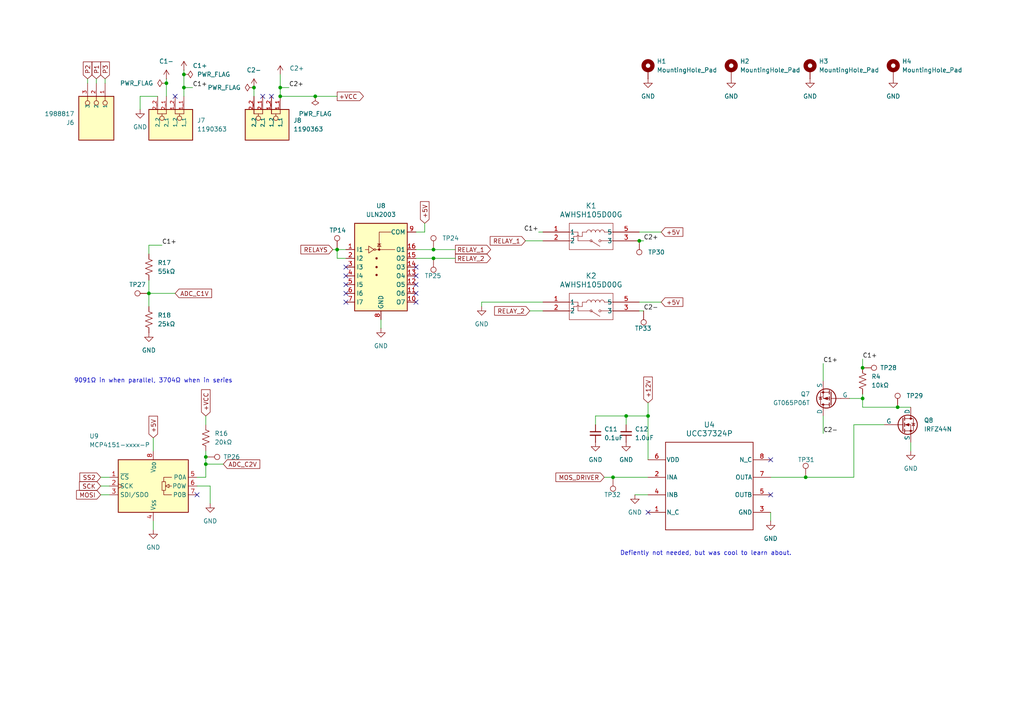
<source format=kicad_sch>
(kicad_sch
	(version 20231120)
	(generator "eeschema")
	(generator_version "8.0")
	(uuid "629a588e-4d50-490a-bdcc-80335559bb4d")
	(paper "A4")
	(title_block
		(title "Accumulator Circuitry")
		(date "2024-09-17")
		(rev "3")
		(company "Andrew Fischer")
	)
	(lib_symbols
		(symbol "1988817:1988817"
			(pin_names
				(offset 1.016)
			)
			(exclude_from_sim no)
			(in_bom yes)
			(on_board yes)
			(property "Reference" "J"
				(at -6.85 5.08 0)
				(effects
					(font
						(size 1.27 1.27)
					)
					(justify left bottom)
				)
			)
			(property "Value" "1988817"
				(at -6.35 -7.62 0)
				(effects
					(font
						(size 1.27 1.27)
					)
					(justify left bottom)
				)
			)
			(property "Footprint" "1988817:PHOENIX_1988817"
				(at 0 0 0)
				(effects
					(font
						(size 1.27 1.27)
					)
					(justify bottom)
					(hide yes)
				)
			)
			(property "Datasheet" ""
				(at 0 0 0)
				(effects
					(font
						(size 1.27 1.27)
					)
					(hide yes)
				)
			)
			(property "Description" ""
				(at 0 0 0)
				(effects
					(font
						(size 1.27 1.27)
					)
					(hide yes)
				)
			)
			(property "MANUFACTURER" "PHOENIX"
				(at 0 0 0)
				(effects
					(font
						(size 1.27 1.27)
					)
					(justify bottom)
					(hide yes)
				)
			)
			(symbol "1988817_0_0"
				(rectangle
					(start -6.35 -5.08)
					(end 6.35 5.08)
					(stroke
						(width 0.254)
						(type default)
					)
					(fill
						(type background)
					)
				)
				(circle
					(center -4.445 -2.54)
					(radius 0.635)
					(stroke
						(width 0.1524)
						(type default)
					)
					(fill
						(type none)
					)
				)
				(circle
					(center -4.445 0)
					(radius 0.635)
					(stroke
						(width 0.1524)
						(type default)
					)
					(fill
						(type none)
					)
				)
				(circle
					(center -4.445 2.54)
					(radius 0.635)
					(stroke
						(width 0.1524)
						(type default)
					)
					(fill
						(type none)
					)
				)
				(pin passive line
					(at -10.16 2.54 0)
					(length 5.08)
					(name "1"
						(effects
							(font
								(size 1.016 1.016)
							)
						)
					)
					(number "1"
						(effects
							(font
								(size 1.016 1.016)
							)
						)
					)
				)
				(pin passive line
					(at -10.16 0 0)
					(length 5.08)
					(name "2"
						(effects
							(font
								(size 1.016 1.016)
							)
						)
					)
					(number "2"
						(effects
							(font
								(size 1.016 1.016)
							)
						)
					)
				)
				(pin passive line
					(at -10.16 -2.54 0)
					(length 5.08)
					(name "3"
						(effects
							(font
								(size 1.016 1.016)
							)
						)
					)
					(number "3"
						(effects
							(font
								(size 1.016 1.016)
							)
						)
					)
				)
			)
		)
		(symbol "Connector:TestPoint"
			(pin_numbers hide)
			(pin_names
				(offset 0.762) hide)
			(exclude_from_sim no)
			(in_bom yes)
			(on_board yes)
			(property "Reference" "TP"
				(at 0 6.858 0)
				(effects
					(font
						(size 1.27 1.27)
					)
				)
			)
			(property "Value" "TestPoint"
				(at 0 5.08 0)
				(effects
					(font
						(size 1.27 1.27)
					)
				)
			)
			(property "Footprint" ""
				(at 5.08 0 0)
				(effects
					(font
						(size 1.27 1.27)
					)
					(hide yes)
				)
			)
			(property "Datasheet" "~"
				(at 5.08 0 0)
				(effects
					(font
						(size 1.27 1.27)
					)
					(hide yes)
				)
			)
			(property "Description" "test point"
				(at 0 0 0)
				(effects
					(font
						(size 1.27 1.27)
					)
					(hide yes)
				)
			)
			(property "ki_keywords" "test point tp"
				(at 0 0 0)
				(effects
					(font
						(size 1.27 1.27)
					)
					(hide yes)
				)
			)
			(property "ki_fp_filters" "Pin* Test*"
				(at 0 0 0)
				(effects
					(font
						(size 1.27 1.27)
					)
					(hide yes)
				)
			)
			(symbol "TestPoint_0_1"
				(circle
					(center 0 3.302)
					(radius 0.762)
					(stroke
						(width 0)
						(type default)
					)
					(fill
						(type none)
					)
				)
			)
			(symbol "TestPoint_1_1"
				(pin passive line
					(at 0 0 90)
					(length 2.54)
					(name "1"
						(effects
							(font
								(size 1.27 1.27)
							)
						)
					)
					(number "1"
						(effects
							(font
								(size 1.27 1.27)
							)
						)
					)
				)
			)
		)
		(symbol "Device:C_Small"
			(pin_numbers hide)
			(pin_names
				(offset 0.254) hide)
			(exclude_from_sim no)
			(in_bom yes)
			(on_board yes)
			(property "Reference" "C"
				(at 0.254 1.778 0)
				(effects
					(font
						(size 1.27 1.27)
					)
					(justify left)
				)
			)
			(property "Value" "C_Small"
				(at 0.254 -2.032 0)
				(effects
					(font
						(size 1.27 1.27)
					)
					(justify left)
				)
			)
			(property "Footprint" ""
				(at 0 0 0)
				(effects
					(font
						(size 1.27 1.27)
					)
					(hide yes)
				)
			)
			(property "Datasheet" "~"
				(at 0 0 0)
				(effects
					(font
						(size 1.27 1.27)
					)
					(hide yes)
				)
			)
			(property "Description" "Unpolarized capacitor, small symbol"
				(at 0 0 0)
				(effects
					(font
						(size 1.27 1.27)
					)
					(hide yes)
				)
			)
			(property "ki_keywords" "capacitor cap"
				(at 0 0 0)
				(effects
					(font
						(size 1.27 1.27)
					)
					(hide yes)
				)
			)
			(property "ki_fp_filters" "C_*"
				(at 0 0 0)
				(effects
					(font
						(size 1.27 1.27)
					)
					(hide yes)
				)
			)
			(symbol "C_Small_0_1"
				(polyline
					(pts
						(xy -1.524 -0.508) (xy 1.524 -0.508)
					)
					(stroke
						(width 0.3302)
						(type default)
					)
					(fill
						(type none)
					)
				)
				(polyline
					(pts
						(xy -1.524 0.508) (xy 1.524 0.508)
					)
					(stroke
						(width 0.3048)
						(type default)
					)
					(fill
						(type none)
					)
				)
			)
			(symbol "C_Small_1_1"
				(pin passive line
					(at 0 2.54 270)
					(length 2.032)
					(name "~"
						(effects
							(font
								(size 1.27 1.27)
							)
						)
					)
					(number "1"
						(effects
							(font
								(size 1.27 1.27)
							)
						)
					)
				)
				(pin passive line
					(at 0 -2.54 90)
					(length 2.032)
					(name "~"
						(effects
							(font
								(size 1.27 1.27)
							)
						)
					)
					(number "2"
						(effects
							(font
								(size 1.27 1.27)
							)
						)
					)
				)
			)
		)
		(symbol "Device:R_US"
			(pin_numbers hide)
			(pin_names
				(offset 0)
			)
			(exclude_from_sim no)
			(in_bom yes)
			(on_board yes)
			(property "Reference" "R"
				(at 2.54 0 90)
				(effects
					(font
						(size 1.27 1.27)
					)
				)
			)
			(property "Value" "R_US"
				(at -2.54 0 90)
				(effects
					(font
						(size 1.27 1.27)
					)
				)
			)
			(property "Footprint" ""
				(at 1.016 -0.254 90)
				(effects
					(font
						(size 1.27 1.27)
					)
					(hide yes)
				)
			)
			(property "Datasheet" "~"
				(at 0 0 0)
				(effects
					(font
						(size 1.27 1.27)
					)
					(hide yes)
				)
			)
			(property "Description" "Resistor, US symbol"
				(at 0 0 0)
				(effects
					(font
						(size 1.27 1.27)
					)
					(hide yes)
				)
			)
			(property "ki_keywords" "R res resistor"
				(at 0 0 0)
				(effects
					(font
						(size 1.27 1.27)
					)
					(hide yes)
				)
			)
			(property "ki_fp_filters" "R_*"
				(at 0 0 0)
				(effects
					(font
						(size 1.27 1.27)
					)
					(hide yes)
				)
			)
			(symbol "R_US_0_1"
				(polyline
					(pts
						(xy 0 -2.286) (xy 0 -2.54)
					)
					(stroke
						(width 0)
						(type default)
					)
					(fill
						(type none)
					)
				)
				(polyline
					(pts
						(xy 0 2.286) (xy 0 2.54)
					)
					(stroke
						(width 0)
						(type default)
					)
					(fill
						(type none)
					)
				)
				(polyline
					(pts
						(xy 0 -0.762) (xy 1.016 -1.143) (xy 0 -1.524) (xy -1.016 -1.905) (xy 0 -2.286)
					)
					(stroke
						(width 0)
						(type default)
					)
					(fill
						(type none)
					)
				)
				(polyline
					(pts
						(xy 0 0.762) (xy 1.016 0.381) (xy 0 0) (xy -1.016 -0.381) (xy 0 -0.762)
					)
					(stroke
						(width 0)
						(type default)
					)
					(fill
						(type none)
					)
				)
				(polyline
					(pts
						(xy 0 2.286) (xy 1.016 1.905) (xy 0 1.524) (xy -1.016 1.143) (xy 0 0.762)
					)
					(stroke
						(width 0)
						(type default)
					)
					(fill
						(type none)
					)
				)
			)
			(symbol "R_US_1_1"
				(pin passive line
					(at 0 3.81 270)
					(length 1.27)
					(name "~"
						(effects
							(font
								(size 1.27 1.27)
							)
						)
					)
					(number "1"
						(effects
							(font
								(size 1.27 1.27)
							)
						)
					)
				)
				(pin passive line
					(at 0 -3.81 90)
					(length 1.27)
					(name "~"
						(effects
							(font
								(size 1.27 1.27)
							)
						)
					)
					(number "2"
						(effects
							(font
								(size 1.27 1.27)
							)
						)
					)
				)
			)
		)
		(symbol "Mechanical:MountingHole_Pad"
			(pin_numbers hide)
			(pin_names
				(offset 1.016) hide)
			(exclude_from_sim yes)
			(in_bom no)
			(on_board yes)
			(property "Reference" "H"
				(at 0 6.35 0)
				(effects
					(font
						(size 1.27 1.27)
					)
				)
			)
			(property "Value" "MountingHole_Pad"
				(at 0 4.445 0)
				(effects
					(font
						(size 1.27 1.27)
					)
				)
			)
			(property "Footprint" ""
				(at 0 0 0)
				(effects
					(font
						(size 1.27 1.27)
					)
					(hide yes)
				)
			)
			(property "Datasheet" "~"
				(at 0 0 0)
				(effects
					(font
						(size 1.27 1.27)
					)
					(hide yes)
				)
			)
			(property "Description" "Mounting Hole with connection"
				(at 0 0 0)
				(effects
					(font
						(size 1.27 1.27)
					)
					(hide yes)
				)
			)
			(property "ki_keywords" "mounting hole"
				(at 0 0 0)
				(effects
					(font
						(size 1.27 1.27)
					)
					(hide yes)
				)
			)
			(property "ki_fp_filters" "MountingHole*Pad*"
				(at 0 0 0)
				(effects
					(font
						(size 1.27 1.27)
					)
					(hide yes)
				)
			)
			(symbol "MountingHole_Pad_0_1"
				(circle
					(center 0 1.27)
					(radius 1.27)
					(stroke
						(width 1.27)
						(type default)
					)
					(fill
						(type none)
					)
				)
			)
			(symbol "MountingHole_Pad_1_1"
				(pin input line
					(at 0 -2.54 90)
					(length 2.54)
					(name "1"
						(effects
							(font
								(size 1.27 1.27)
							)
						)
					)
					(number "1"
						(effects
							(font
								(size 1.27 1.27)
							)
						)
					)
				)
			)
		)
		(symbol "NMOS_1"
			(pin_numbers hide)
			(pin_names
				(offset 0)
			)
			(exclude_from_sim no)
			(in_bom yes)
			(on_board yes)
			(property "Reference" "Q3"
				(at 6.35 1.2701 0)
				(effects
					(font
						(size 1.27 1.27)
					)
					(justify left)
				)
			)
			(property "Value" "IRFZ44N"
				(at 6.35 -1.2699 0)
				(effects
					(font
						(size 1.27 1.27)
					)
					(justify left)
				)
			)
			(property "Footprint" "Package_TO_SOT_THT:TO-220-3_Vertical"
				(at 5.08 2.54 0)
				(effects
					(font
						(size 1.27 1.27)
					)
					(hide yes)
				)
			)
			(property "Datasheet" "https://ngspice.sourceforge.io/docs/ngspice-html-manual/manual.xhtml#cha_MOSFETs"
				(at 0 -12.7 0)
				(effects
					(font
						(size 1.27 1.27)
					)
					(hide yes)
				)
			)
			(property "Description" "N-MOSFET transistor, drain/source/gate"
				(at 0 0 0)
				(effects
					(font
						(size 1.27 1.27)
					)
					(hide yes)
				)
			)
			(property "Sim.Device" "NMOS"
				(at 0 -17.145 0)
				(effects
					(font
						(size 1.27 1.27)
					)
					(hide yes)
				)
			)
			(property "Sim.Type" "VDMOS"
				(at 0 -19.05 0)
				(effects
					(font
						(size 1.27 1.27)
					)
					(hide yes)
				)
			)
			(property "Sim.Pins" "1=D 2=G 3=S"
				(at 0 -15.24 0)
				(effects
					(font
						(size 1.27 1.27)
					)
					(hide yes)
				)
			)
			(property "ki_keywords" "transistor NMOS N-MOS N-MOSFET simulation"
				(at 0 0 0)
				(effects
					(font
						(size 1.27 1.27)
					)
					(hide yes)
				)
			)
			(symbol "NMOS_1_0_1"
				(polyline
					(pts
						(xy 0.254 0) (xy -2.54 0)
					)
					(stroke
						(width 0)
						(type default)
					)
					(fill
						(type none)
					)
				)
				(polyline
					(pts
						(xy 0.254 1.905) (xy 0.254 -1.905)
					)
					(stroke
						(width 0.254)
						(type default)
					)
					(fill
						(type none)
					)
				)
				(polyline
					(pts
						(xy 0.762 -1.27) (xy 0.762 -2.286)
					)
					(stroke
						(width 0.254)
						(type default)
					)
					(fill
						(type none)
					)
				)
				(polyline
					(pts
						(xy 0.762 0.508) (xy 0.762 -0.508)
					)
					(stroke
						(width 0.254)
						(type default)
					)
					(fill
						(type none)
					)
				)
				(polyline
					(pts
						(xy 0.762 2.286) (xy 0.762 1.27)
					)
					(stroke
						(width 0.254)
						(type default)
					)
					(fill
						(type none)
					)
				)
				(polyline
					(pts
						(xy 2.54 2.54) (xy 2.54 1.778)
					)
					(stroke
						(width 0)
						(type default)
					)
					(fill
						(type none)
					)
				)
				(polyline
					(pts
						(xy 2.54 -2.54) (xy 2.54 0) (xy 0.762 0)
					)
					(stroke
						(width 0)
						(type default)
					)
					(fill
						(type none)
					)
				)
				(polyline
					(pts
						(xy 0.762 -1.778) (xy 3.302 -1.778) (xy 3.302 1.778) (xy 0.762 1.778)
					)
					(stroke
						(width 0)
						(type default)
					)
					(fill
						(type none)
					)
				)
				(polyline
					(pts
						(xy 1.016 0) (xy 2.032 0.381) (xy 2.032 -0.381) (xy 1.016 0)
					)
					(stroke
						(width 0)
						(type default)
					)
					(fill
						(type outline)
					)
				)
				(polyline
					(pts
						(xy 2.794 0.508) (xy 2.921 0.381) (xy 3.683 0.381) (xy 3.81 0.254)
					)
					(stroke
						(width 0)
						(type default)
					)
					(fill
						(type none)
					)
				)
				(polyline
					(pts
						(xy 3.302 0.381) (xy 2.921 -0.254) (xy 3.683 -0.254) (xy 3.302 0.381)
					)
					(stroke
						(width 0)
						(type default)
					)
					(fill
						(type none)
					)
				)
				(circle
					(center 1.651 0)
					(radius 2.794)
					(stroke
						(width 0.254)
						(type default)
					)
					(fill
						(type none)
					)
				)
				(circle
					(center 2.54 -1.778)
					(radius 0.254)
					(stroke
						(width 0)
						(type default)
					)
					(fill
						(type outline)
					)
				)
				(circle
					(center 2.54 1.778)
					(radius 0.254)
					(stroke
						(width 0)
						(type default)
					)
					(fill
						(type outline)
					)
				)
			)
			(symbol "NMOS_1_1_1"
				(pin input line
					(at -5.08 0 0)
					(length 2.54)
					(name "G"
						(effects
							(font
								(size 1.27 1.27)
							)
						)
					)
					(number "1"
						(effects
							(font
								(size 1.27 1.27)
							)
						)
					)
				)
				(pin passive line
					(at 2.54 5.08 270)
					(length 2.54)
					(name "D"
						(effects
							(font
								(size 1.27 1.27)
							)
						)
					)
					(number "2"
						(effects
							(font
								(size 1.27 1.27)
							)
						)
					)
				)
				(pin passive line
					(at 2.54 -5.08 90)
					(length 2.54)
					(name "S"
						(effects
							(font
								(size 1.27 1.27)
							)
						)
					)
					(number "3"
						(effects
							(font
								(size 1.27 1.27)
							)
						)
					)
				)
			)
		)
		(symbol "Potentiometer_Digital:MCP4151-xxxx-P"
			(exclude_from_sim no)
			(in_bom yes)
			(on_board yes)
			(property "Reference" "U"
				(at 2.54 11.43 0)
				(effects
					(font
						(size 1.27 1.27)
					)
					(justify left)
				)
			)
			(property "Value" "MCP4151-xxxx-P"
				(at 2.54 8.89 0)
				(effects
					(font
						(size 1.27 1.27)
					)
					(justify left)
				)
			)
			(property "Footprint" "Package_DIP:DIP-8_W7.62mm"
				(at 0 -20.32 0)
				(effects
					(font
						(size 1.27 1.27)
					)
					(hide yes)
				)
			)
			(property "Datasheet" "https://ww1.microchip.com/downloads/aemDocuments/documents/OTH/ProductDocuments/DataSheets/22060b.pdf"
				(at 0 -22.86 0)
				(effects
					(font
						(size 1.27 1.27)
					)
					(hide yes)
				)
			)
			(property "Description" "Single Digital Potentiometer, SPI interface, 257 taps, 5/10/50/100 kohm, volatile memory"
				(at 0 -25.4 0)
				(effects
					(font
						(size 1.27 1.27)
					)
					(hide yes)
				)
			)
			(property "ki_keywords" "digipot RAM 8-bit 8bit"
				(at 0 0 0)
				(effects
					(font
						(size 1.27 1.27)
					)
					(hide yes)
				)
			)
			(property "ki_fp_filters" "DIP?8*W7.62mm*"
				(at 0 0 0)
				(effects
					(font
						(size 1.27 1.27)
					)
					(hide yes)
				)
			)
			(symbol "MCP4151-xxxx-P_0_0"
				(pin input line
					(at -12.7 2.54 0)
					(length 2.54)
					(name "~{CS}"
						(effects
							(font
								(size 1.27 1.27)
							)
						)
					)
					(number "1"
						(effects
							(font
								(size 1.27 1.27)
							)
						)
					)
				)
				(pin input clock
					(at -12.7 0 0)
					(length 2.54)
					(name "SCK"
						(effects
							(font
								(size 1.27 1.27)
							)
						)
					)
					(number "2"
						(effects
							(font
								(size 1.27 1.27)
							)
						)
					)
				)
				(pin bidirectional line
					(at -12.7 -2.54 0)
					(length 2.54)
					(name "SDI/SDO"
						(effects
							(font
								(size 1.27 1.27)
							)
						)
					)
					(number "3"
						(effects
							(font
								(size 1.27 1.27)
							)
						)
					)
				)
				(pin power_in line
					(at 0 -10.16 90)
					(length 2.54)
					(name "V_{SS}"
						(effects
							(font
								(size 1.27 1.27)
							)
						)
					)
					(number "4"
						(effects
							(font
								(size 1.27 1.27)
							)
						)
					)
				)
				(pin passive line
					(at 12.7 2.54 180)
					(length 2.54)
					(name "P0A"
						(effects
							(font
								(size 1.27 1.27)
							)
						)
					)
					(number "5"
						(effects
							(font
								(size 1.27 1.27)
							)
						)
					)
				)
				(pin passive line
					(at 12.7 0 180)
					(length 2.54)
					(name "P0W"
						(effects
							(font
								(size 1.27 1.27)
							)
						)
					)
					(number "6"
						(effects
							(font
								(size 1.27 1.27)
							)
						)
					)
				)
				(pin passive line
					(at 12.7 -2.54 180)
					(length 2.54)
					(name "P0B"
						(effects
							(font
								(size 1.27 1.27)
							)
						)
					)
					(number "7"
						(effects
							(font
								(size 1.27 1.27)
							)
						)
					)
				)
				(pin power_in line
					(at 0 10.16 270)
					(length 2.54)
					(name "V_{DD}"
						(effects
							(font
								(size 1.27 1.27)
							)
						)
					)
					(number "8"
						(effects
							(font
								(size 1.27 1.27)
							)
						)
					)
				)
			)
			(symbol "MCP4151-xxxx-P_0_1"
				(polyline
					(pts
						(xy 4.572 0) (xy 5.334 0)
					)
					(stroke
						(width 0)
						(type default)
					)
					(fill
						(type none)
					)
				)
				(polyline
					(pts
						(xy 3.048 -1.27) (xy 3.048 -2.54) (xy 5.334 -2.54)
					)
					(stroke
						(width 0)
						(type default)
					)
					(fill
						(type none)
					)
				)
				(polyline
					(pts
						(xy 5.334 2.54) (xy 3.048 2.54) (xy 3.048 1.27)
					)
					(stroke
						(width 0)
						(type default)
					)
					(fill
						(type none)
					)
				)
				(polyline
					(pts
						(xy 4.572 0.508) (xy 3.556 0) (xy 4.572 -0.508) (xy 4.572 0.508)
					)
					(stroke
						(width 0)
						(type default)
					)
					(fill
						(type none)
					)
				)
				(rectangle
					(start 2.54 1.27)
					(end 3.556 -1.27)
					(stroke
						(width 0)
						(type default)
					)
					(fill
						(type none)
					)
				)
			)
			(symbol "MCP4151-xxxx-P_1_1"
				(rectangle
					(start -10.16 7.62)
					(end 10.16 -7.62)
					(stroke
						(width 0.254)
						(type default)
					)
					(fill
						(type background)
					)
				)
			)
		)
		(symbol "Relay_AWHSH105D00G:AWHSH105D00G"
			(pin_names
				(offset 0.254)
			)
			(exclude_from_sim no)
			(in_bom yes)
			(on_board yes)
			(property "Reference" "K"
				(at 13.97 7.62 0)
				(effects
					(font
						(size 1.524 1.524)
					)
				)
			)
			(property "Value" "AWHSH105D00G"
				(at 20.32 7.62 0)
				(effects
					(font
						(size 1.524 1.524)
					)
				)
			)
			(property "Footprint" "AWHSH1xxD00G_AMP"
				(at 0 0 0)
				(effects
					(font
						(size 1.27 1.27)
						(italic yes)
					)
					(hide yes)
				)
			)
			(property "Datasheet" "AWHSH105D00G"
				(at 0 0 0)
				(effects
					(font
						(size 1.27 1.27)
						(italic yes)
					)
					(hide yes)
				)
			)
			(property "Description" ""
				(at 0 0 0)
				(effects
					(font
						(size 1.27 1.27)
					)
					(hide yes)
				)
			)
			(property "ki_locked" ""
				(at 0 0 0)
				(effects
					(font
						(size 1.27 1.27)
					)
				)
			)
			(property "ki_keywords" "AWHSH105D00G"
				(at 0 0 0)
				(effects
					(font
						(size 1.27 1.27)
					)
					(hide yes)
				)
			)
			(property "ki_fp_filters" "AWHSH1xxD00G_AMP"
				(at 0 0 0)
				(effects
					(font
						(size 1.27 1.27)
					)
					(hide yes)
				)
			)
			(symbol "AWHSH105D00G_0_1"
				(polyline
					(pts
						(xy 7.62 -5.08) (xy 20.32 -5.08)
					)
					(stroke
						(width 0.127)
						(type default)
					)
					(fill
						(type none)
					)
				)
				(polyline
					(pts
						(xy 7.62 -2.54) (xy 8.89 -2.54)
					)
					(stroke
						(width 0.127)
						(type default)
					)
					(fill
						(type none)
					)
				)
				(polyline
					(pts
						(xy 7.62 0) (xy 10.16 0)
					)
					(stroke
						(width 0.127)
						(type default)
					)
					(fill
						(type none)
					)
				)
				(polyline
					(pts
						(xy 7.62 2.54) (xy 7.62 -5.08)
					)
					(stroke
						(width 0.127)
						(type default)
					)
					(fill
						(type none)
					)
				)
				(polyline
					(pts
						(xy 8.89 -2.54) (xy 8.89 -1.27)
					)
					(stroke
						(width 0.127)
						(type default)
					)
					(fill
						(type none)
					)
				)
				(polyline
					(pts
						(xy 8.89 -1.27) (xy 9.8425 -1.27)
					)
					(stroke
						(width 0.127)
						(type default)
					)
					(fill
						(type none)
					)
				)
				(polyline
					(pts
						(xy 10.16 -2.54) (xy 13.6525 -2.54)
					)
					(stroke
						(width 0.127)
						(type default)
					)
					(fill
						(type none)
					)
				)
				(polyline
					(pts
						(xy 10.16 0) (xy 10.16 -2.54)
					)
					(stroke
						(width 0.127)
						(type default)
					)
					(fill
						(type none)
					)
				)
				(polyline
					(pts
						(xy 11.43 -1.27) (xy 10.4775 -1.27)
					)
					(stroke
						(width 0.127)
						(type default)
					)
					(fill
						(type none)
					)
				)
				(polyline
					(pts
						(xy 11.43 -1.27) (xy 11.43 0)
					)
					(stroke
						(width 0.127)
						(type default)
					)
					(fill
						(type none)
					)
				)
				(polyline
					(pts
						(xy 11.43 0) (xy 12.7 0)
					)
					(stroke
						(width 0.127)
						(type default)
					)
					(fill
						(type none)
					)
				)
				(polyline
					(pts
						(xy 13.97 -2.54) (xy 16.51 -4.1275)
					)
					(stroke
						(width 0.127)
						(type default)
					)
					(fill
						(type none)
					)
				)
				(polyline
					(pts
						(xy 17.78 0) (xy 20.32 0)
					)
					(stroke
						(width 0.127)
						(type default)
					)
					(fill
						(type none)
					)
				)
				(polyline
					(pts
						(xy 20.32 -5.08) (xy 20.32 2.54)
					)
					(stroke
						(width 0.127)
						(type default)
					)
					(fill
						(type none)
					)
				)
				(polyline
					(pts
						(xy 20.32 -2.54) (xy 16.8275 -2.54)
					)
					(stroke
						(width 0.127)
						(type default)
					)
					(fill
						(type none)
					)
				)
				(polyline
					(pts
						(xy 20.32 2.54) (xy 7.62 2.54)
					)
					(stroke
						(width 0.127)
						(type default)
					)
					(fill
						(type none)
					)
				)
				(arc
					(start 10.4648 -1.27)
					(mid 10.16 -0.9665)
					(end 9.8552 -1.27)
					(stroke
						(width 0.127)
						(type default)
					)
					(fill
						(type none)
					)
				)
				(circle
					(center 13.97 -2.54)
					(radius 0.3048)
					(stroke
						(width 0.127)
						(type default)
					)
					(fill
						(type none)
					)
				)
				(arc
					(start 13.97 0)
					(mid 13.335 0.6323)
					(end 12.7 0)
					(stroke
						(width 0.127)
						(type default)
					)
					(fill
						(type none)
					)
				)
				(arc
					(start 15.24 0)
					(mid 14.605 0.6323)
					(end 13.97 0)
					(stroke
						(width 0.127)
						(type default)
					)
					(fill
						(type none)
					)
				)
				(circle
					(center 16.51 -2.54)
					(radius 0.3048)
					(stroke
						(width 0.127)
						(type default)
					)
					(fill
						(type none)
					)
				)
				(arc
					(start 16.51 0)
					(mid 15.875 0.6323)
					(end 15.24 0)
					(stroke
						(width 0.127)
						(type default)
					)
					(fill
						(type none)
					)
				)
				(arc
					(start 17.78 0)
					(mid 17.145 0.6323)
					(end 16.51 0)
					(stroke
						(width 0.127)
						(type default)
					)
					(fill
						(type none)
					)
				)
				(pin unspecified line
					(at 0 0 0)
					(length 7.62)
					(name "1"
						(effects
							(font
								(size 1.27 1.27)
							)
						)
					)
					(number "1"
						(effects
							(font
								(size 1.27 1.27)
							)
						)
					)
				)
				(pin unspecified line
					(at 0 -2.54 0)
					(length 7.62)
					(name "2"
						(effects
							(font
								(size 1.27 1.27)
							)
						)
					)
					(number "2"
						(effects
							(font
								(size 1.27 1.27)
							)
						)
					)
				)
				(pin unspecified line
					(at 27.94 -2.54 180)
					(length 7.62)
					(name "3"
						(effects
							(font
								(size 1.27 1.27)
							)
						)
					)
					(number "3"
						(effects
							(font
								(size 1.27 1.27)
							)
						)
					)
				)
				(pin unspecified line
					(at 27.94 0 180)
					(length 7.62)
					(name "5"
						(effects
							(font
								(size 1.27 1.27)
							)
						)
					)
					(number "5"
						(effects
							(font
								(size 1.27 1.27)
							)
						)
					)
				)
			)
		)
		(symbol "Simulation_SPICE:PMOS"
			(pin_numbers hide)
			(pin_names
				(offset 0)
			)
			(exclude_from_sim no)
			(in_bom yes)
			(on_board yes)
			(property "Reference" "Q7"
				(at 6.35 -1.2701 0)
				(effects
					(font
						(size 1.27 1.27)
					)
					(justify left)
				)
			)
			(property "Value" "GT065P06T"
				(at 6.35 1.2699 0)
				(effects
					(font
						(size 1.27 1.27)
					)
					(justify left)
				)
			)
			(property "Footprint" "Package_TO_SOT_THT:TO-220-3_Vertical"
				(at 5.08 2.54 0)
				(effects
					(font
						(size 1.27 1.27)
					)
					(hide yes)
				)
			)
			(property "Datasheet" "https://ngspice.sourceforge.io/docs/ngspice-html-manual/manual.xhtml#cha_MOSFETs"
				(at 0 -12.7 0)
				(effects
					(font
						(size 1.27 1.27)
					)
					(hide yes)
				)
			)
			(property "Description" "P-MOSFET transistor, drain/source/gate"
				(at 0 0 0)
				(effects
					(font
						(size 1.27 1.27)
					)
					(hide yes)
				)
			)
			(property "Sim.Device" "PMOS"
				(at 0 -17.145 0)
				(effects
					(font
						(size 1.27 1.27)
					)
					(hide yes)
				)
			)
			(property "Sim.Type" "VDMOS"
				(at 0 -19.05 0)
				(effects
					(font
						(size 1.27 1.27)
					)
					(hide yes)
				)
			)
			(property "Sim.Pins" "1=D 2=G 3=S"
				(at 0 -15.24 0)
				(effects
					(font
						(size 1.27 1.27)
					)
					(hide yes)
				)
			)
			(property "ki_keywords" "transistor PMOS P-MOS P-MOSFET simulation"
				(at 0 0 0)
				(effects
					(font
						(size 1.27 1.27)
					)
					(hide yes)
				)
			)
			(symbol "PMOS_0_1"
				(polyline
					(pts
						(xy 0.254 0) (xy -2.54 0)
					)
					(stroke
						(width 0)
						(type default)
					)
					(fill
						(type none)
					)
				)
				(polyline
					(pts
						(xy 0.254 1.905) (xy 0.254 -1.905)
					)
					(stroke
						(width 0.254)
						(type default)
					)
					(fill
						(type none)
					)
				)
				(polyline
					(pts
						(xy 0.762 -1.27) (xy 0.762 -2.286)
					)
					(stroke
						(width 0.254)
						(type default)
					)
					(fill
						(type none)
					)
				)
				(polyline
					(pts
						(xy 0.762 0.508) (xy 0.762 -0.508)
					)
					(stroke
						(width 0.254)
						(type default)
					)
					(fill
						(type none)
					)
				)
				(polyline
					(pts
						(xy 0.762 2.286) (xy 0.762 1.27)
					)
					(stroke
						(width 0.254)
						(type default)
					)
					(fill
						(type none)
					)
				)
				(polyline
					(pts
						(xy 2.54 2.54) (xy 2.54 1.778)
					)
					(stroke
						(width 0)
						(type default)
					)
					(fill
						(type none)
					)
				)
				(polyline
					(pts
						(xy 2.54 -2.54) (xy 2.54 0) (xy 0.762 0)
					)
					(stroke
						(width 0)
						(type default)
					)
					(fill
						(type none)
					)
				)
				(polyline
					(pts
						(xy 0.762 1.778) (xy 3.302 1.778) (xy 3.302 -1.778) (xy 0.762 -1.778)
					)
					(stroke
						(width 0)
						(type default)
					)
					(fill
						(type none)
					)
				)
				(polyline
					(pts
						(xy 2.286 0) (xy 1.27 0.381) (xy 1.27 -0.381) (xy 2.286 0)
					)
					(stroke
						(width 0)
						(type default)
					)
					(fill
						(type outline)
					)
				)
				(polyline
					(pts
						(xy 2.794 -0.508) (xy 2.921 -0.381) (xy 3.683 -0.381) (xy 3.81 -0.254)
					)
					(stroke
						(width 0)
						(type default)
					)
					(fill
						(type none)
					)
				)
				(polyline
					(pts
						(xy 3.302 -0.381) (xy 2.921 0.254) (xy 3.683 0.254) (xy 3.302 -0.381)
					)
					(stroke
						(width 0)
						(type default)
					)
					(fill
						(type none)
					)
				)
				(circle
					(center 1.651 0)
					(radius 2.794)
					(stroke
						(width 0.254)
						(type default)
					)
					(fill
						(type none)
					)
				)
				(circle
					(center 2.54 -1.778)
					(radius 0.254)
					(stroke
						(width 0)
						(type default)
					)
					(fill
						(type outline)
					)
				)
				(circle
					(center 2.54 1.778)
					(radius 0.254)
					(stroke
						(width 0)
						(type default)
					)
					(fill
						(type outline)
					)
				)
			)
			(symbol "PMOS_1_1"
				(pin input line
					(at -5.08 0 0)
					(length 2.54)
					(name "G"
						(effects
							(font
								(size 1.27 1.27)
							)
						)
					)
					(number "1"
						(effects
							(font
								(size 1.27 1.27)
							)
						)
					)
				)
				(pin passive line
					(at 2.54 5.08 270)
					(length 2.54)
					(name "D"
						(effects
							(font
								(size 1.27 1.27)
							)
						)
					)
					(number "2"
						(effects
							(font
								(size 1.27 1.27)
							)
						)
					)
				)
				(pin passive line
					(at 2.54 -5.08 90)
					(length 2.54)
					(name "S"
						(effects
							(font
								(size 1.27 1.27)
							)
						)
					)
					(number "3"
						(effects
							(font
								(size 1.27 1.27)
							)
						)
					)
				)
			)
		)
		(symbol "Terminal_1190363:1190363"
			(pin_names
				(offset 1.016)
			)
			(exclude_from_sim no)
			(in_bom yes)
			(on_board yes)
			(property "Reference" "J"
				(at -2.54 8.89 0)
				(effects
					(font
						(size 1.27 1.27)
					)
					(justify left bottom)
				)
			)
			(property "Value" "1190363"
				(at -2.54 -7.62 0)
				(effects
					(font
						(size 1.27 1.27)
					)
					(justify left bottom)
				)
			)
			(property "Footprint" "1190363:PHOENIX_1190363"
				(at 0 0 0)
				(effects
					(font
						(size 1.27 1.27)
					)
					(justify bottom)
					(hide yes)
				)
			)
			(property "Datasheet" ""
				(at 0 0 0)
				(effects
					(font
						(size 1.27 1.27)
					)
					(hide yes)
				)
			)
			(property "Description" ""
				(at 0 0 0)
				(effects
					(font
						(size 1.27 1.27)
					)
					(hide yes)
				)
			)
			(property "PARTREV" "03.11.2020"
				(at 0 0 0)
				(effects
					(font
						(size 1.27 1.27)
					)
					(justify bottom)
					(hide yes)
				)
			)
			(property "STANDARD" "Manufacturer Recommendations"
				(at 0 0 0)
				(effects
					(font
						(size 1.27 1.27)
					)
					(justify bottom)
					(hide yes)
				)
			)
			(property "MAXIMUM_PACKAGE_HEIGHT" "22.65mm"
				(at 0 0 0)
				(effects
					(font
						(size 1.27 1.27)
					)
					(justify bottom)
					(hide yes)
				)
			)
			(property "MANUFACTURER" "Phoenix Contact"
				(at 0 0 0)
				(effects
					(font
						(size 1.27 1.27)
					)
					(justify bottom)
					(hide yes)
				)
			)
			(symbol "1190363_0_0"
				(rectangle
					(start -3.81 -5.08)
					(end 5.08 7.62)
					(stroke
						(width 0.254)
						(type default)
					)
					(fill
						(type background)
					)
				)
				(circle
					(center -1.27 -1.27)
					(radius 0.635)
					(stroke
						(width 0.1524)
						(type default)
					)
					(fill
						(type none)
					)
				)
				(circle
					(center -1.27 3.81)
					(radius 0.635)
					(stroke
						(width 0.1524)
						(type default)
					)
					(fill
						(type none)
					)
				)
				(polyline
					(pts
						(xy -2.54 -1.27) (xy -2.54 -2.54)
					)
					(stroke
						(width 0.1524)
						(type default)
					)
					(fill
						(type none)
					)
				)
				(polyline
					(pts
						(xy -2.54 -1.27) (xy -1.905 -1.27)
					)
					(stroke
						(width 0.1524)
						(type default)
					)
					(fill
						(type none)
					)
				)
				(polyline
					(pts
						(xy -2.54 0) (xy -2.54 -1.27)
					)
					(stroke
						(width 0.1524)
						(type default)
					)
					(fill
						(type none)
					)
				)
				(polyline
					(pts
						(xy -2.54 3.81) (xy -2.54 2.54)
					)
					(stroke
						(width 0.1524)
						(type default)
					)
					(fill
						(type none)
					)
				)
				(polyline
					(pts
						(xy -2.54 3.81) (xy -1.905 3.81)
					)
					(stroke
						(width 0.1524)
						(type default)
					)
					(fill
						(type none)
					)
				)
				(polyline
					(pts
						(xy -2.54 5.08) (xy -2.54 3.81)
					)
					(stroke
						(width 0.1524)
						(type default)
					)
					(fill
						(type none)
					)
				)
				(pin passive line
					(at -7.62 5.08 0)
					(length 5.08)
					(name "1_1"
						(effects
							(font
								(size 1.016 1.016)
							)
						)
					)
					(number "1_1"
						(effects
							(font
								(size 1.016 1.016)
							)
						)
					)
				)
				(pin passive line
					(at -7.62 2.54 0)
					(length 5.08)
					(name "1_2"
						(effects
							(font
								(size 1.016 1.016)
							)
						)
					)
					(number "1_2"
						(effects
							(font
								(size 1.016 1.016)
							)
						)
					)
				)
				(pin passive line
					(at -7.62 0 0)
					(length 5.08)
					(name "2_1"
						(effects
							(font
								(size 1.016 1.016)
							)
						)
					)
					(number "2_1"
						(effects
							(font
								(size 1.016 1.016)
							)
						)
					)
				)
				(pin passive line
					(at -7.62 -2.54 0)
					(length 5.08)
					(name "2_2"
						(effects
							(font
								(size 1.016 1.016)
							)
						)
					)
					(number "2_2"
						(effects
							(font
								(size 1.016 1.016)
							)
						)
					)
				)
			)
		)
		(symbol "Transistor_Array:ULN2003"
			(exclude_from_sim no)
			(in_bom yes)
			(on_board yes)
			(property "Reference" "U"
				(at 0 15.875 0)
				(effects
					(font
						(size 1.27 1.27)
					)
				)
			)
			(property "Value" "ULN2003"
				(at 0 13.97 0)
				(effects
					(font
						(size 1.27 1.27)
					)
				)
			)
			(property "Footprint" ""
				(at 1.27 -13.97 0)
				(effects
					(font
						(size 1.27 1.27)
					)
					(justify left)
					(hide yes)
				)
			)
			(property "Datasheet" "http://www.ti.com/lit/ds/symlink/uln2003a.pdf"
				(at 2.54 -5.08 0)
				(effects
					(font
						(size 1.27 1.27)
					)
					(hide yes)
				)
			)
			(property "Description" "High Voltage, High Current Darlington Transistor Arrays, SOIC16/SOIC16W/DIP16/TSSOP16"
				(at 0 0 0)
				(effects
					(font
						(size 1.27 1.27)
					)
					(hide yes)
				)
			)
			(property "ki_keywords" "darlington transistor array"
				(at 0 0 0)
				(effects
					(font
						(size 1.27 1.27)
					)
					(hide yes)
				)
			)
			(property "ki_fp_filters" "DIP*W7.62mm* SOIC*3.9x9.9mm*P1.27mm* SSOP*4.4x5.2mm*P0.65mm* TSSOP*4.4x5mm*P0.65mm* SOIC*W*5.3x10.2mm*P1.27mm*"
				(at 0 0 0)
				(effects
					(font
						(size 1.27 1.27)
					)
					(hide yes)
				)
			)
			(symbol "ULN2003_0_1"
				(rectangle
					(start -7.62 -12.7)
					(end 7.62 12.7)
					(stroke
						(width 0.254)
						(type default)
					)
					(fill
						(type background)
					)
				)
				(circle
					(center -1.778 5.08)
					(radius 0.254)
					(stroke
						(width 0)
						(type default)
					)
					(fill
						(type none)
					)
				)
				(circle
					(center -1.27 -2.286)
					(radius 0.254)
					(stroke
						(width 0)
						(type default)
					)
					(fill
						(type outline)
					)
				)
				(circle
					(center -1.27 0)
					(radius 0.254)
					(stroke
						(width 0)
						(type default)
					)
					(fill
						(type outline)
					)
				)
				(circle
					(center -1.27 2.54)
					(radius 0.254)
					(stroke
						(width 0)
						(type default)
					)
					(fill
						(type outline)
					)
				)
				(circle
					(center -0.508 5.08)
					(radius 0.254)
					(stroke
						(width 0)
						(type default)
					)
					(fill
						(type outline)
					)
				)
				(polyline
					(pts
						(xy -4.572 5.08) (xy -3.556 5.08)
					)
					(stroke
						(width 0)
						(type default)
					)
					(fill
						(type none)
					)
				)
				(polyline
					(pts
						(xy -1.524 5.08) (xy 4.064 5.08)
					)
					(stroke
						(width 0)
						(type default)
					)
					(fill
						(type none)
					)
				)
				(polyline
					(pts
						(xy 0 6.731) (xy -1.016 6.731)
					)
					(stroke
						(width 0)
						(type default)
					)
					(fill
						(type none)
					)
				)
				(polyline
					(pts
						(xy -0.508 5.08) (xy -0.508 10.16) (xy 2.921 10.16)
					)
					(stroke
						(width 0)
						(type default)
					)
					(fill
						(type none)
					)
				)
				(polyline
					(pts
						(xy -3.556 6.096) (xy -3.556 4.064) (xy -2.032 5.08) (xy -3.556 6.096)
					)
					(stroke
						(width 0)
						(type default)
					)
					(fill
						(type none)
					)
				)
				(polyline
					(pts
						(xy 0 5.969) (xy -1.016 5.969) (xy -0.508 6.731) (xy 0 5.969)
					)
					(stroke
						(width 0)
						(type default)
					)
					(fill
						(type none)
					)
				)
			)
			(symbol "ULN2003_1_1"
				(pin input line
					(at -10.16 5.08 0)
					(length 2.54)
					(name "I1"
						(effects
							(font
								(size 1.27 1.27)
							)
						)
					)
					(number "1"
						(effects
							(font
								(size 1.27 1.27)
							)
						)
					)
				)
				(pin open_collector line
					(at 10.16 -10.16 180)
					(length 2.54)
					(name "O7"
						(effects
							(font
								(size 1.27 1.27)
							)
						)
					)
					(number "10"
						(effects
							(font
								(size 1.27 1.27)
							)
						)
					)
				)
				(pin open_collector line
					(at 10.16 -7.62 180)
					(length 2.54)
					(name "O6"
						(effects
							(font
								(size 1.27 1.27)
							)
						)
					)
					(number "11"
						(effects
							(font
								(size 1.27 1.27)
							)
						)
					)
				)
				(pin open_collector line
					(at 10.16 -5.08 180)
					(length 2.54)
					(name "O5"
						(effects
							(font
								(size 1.27 1.27)
							)
						)
					)
					(number "12"
						(effects
							(font
								(size 1.27 1.27)
							)
						)
					)
				)
				(pin open_collector line
					(at 10.16 -2.54 180)
					(length 2.54)
					(name "O4"
						(effects
							(font
								(size 1.27 1.27)
							)
						)
					)
					(number "13"
						(effects
							(font
								(size 1.27 1.27)
							)
						)
					)
				)
				(pin open_collector line
					(at 10.16 0 180)
					(length 2.54)
					(name "O3"
						(effects
							(font
								(size 1.27 1.27)
							)
						)
					)
					(number "14"
						(effects
							(font
								(size 1.27 1.27)
							)
						)
					)
				)
				(pin open_collector line
					(at 10.16 2.54 180)
					(length 2.54)
					(name "O2"
						(effects
							(font
								(size 1.27 1.27)
							)
						)
					)
					(number "15"
						(effects
							(font
								(size 1.27 1.27)
							)
						)
					)
				)
				(pin open_collector line
					(at 10.16 5.08 180)
					(length 2.54)
					(name "O1"
						(effects
							(font
								(size 1.27 1.27)
							)
						)
					)
					(number "16"
						(effects
							(font
								(size 1.27 1.27)
							)
						)
					)
				)
				(pin input line
					(at -10.16 2.54 0)
					(length 2.54)
					(name "I2"
						(effects
							(font
								(size 1.27 1.27)
							)
						)
					)
					(number "2"
						(effects
							(font
								(size 1.27 1.27)
							)
						)
					)
				)
				(pin input line
					(at -10.16 0 0)
					(length 2.54)
					(name "I3"
						(effects
							(font
								(size 1.27 1.27)
							)
						)
					)
					(number "3"
						(effects
							(font
								(size 1.27 1.27)
							)
						)
					)
				)
				(pin input line
					(at -10.16 -2.54 0)
					(length 2.54)
					(name "I4"
						(effects
							(font
								(size 1.27 1.27)
							)
						)
					)
					(number "4"
						(effects
							(font
								(size 1.27 1.27)
							)
						)
					)
				)
				(pin input line
					(at -10.16 -5.08 0)
					(length 2.54)
					(name "I5"
						(effects
							(font
								(size 1.27 1.27)
							)
						)
					)
					(number "5"
						(effects
							(font
								(size 1.27 1.27)
							)
						)
					)
				)
				(pin input line
					(at -10.16 -7.62 0)
					(length 2.54)
					(name "I6"
						(effects
							(font
								(size 1.27 1.27)
							)
						)
					)
					(number "6"
						(effects
							(font
								(size 1.27 1.27)
							)
						)
					)
				)
				(pin input line
					(at -10.16 -10.16 0)
					(length 2.54)
					(name "I7"
						(effects
							(font
								(size 1.27 1.27)
							)
						)
					)
					(number "7"
						(effects
							(font
								(size 1.27 1.27)
							)
						)
					)
				)
				(pin power_in line
					(at 0 -15.24 90)
					(length 2.54)
					(name "GND"
						(effects
							(font
								(size 1.27 1.27)
							)
						)
					)
					(number "8"
						(effects
							(font
								(size 1.27 1.27)
							)
						)
					)
				)
				(pin passive line
					(at 10.16 10.16 180)
					(length 2.54)
					(name "COM"
						(effects
							(font
								(size 1.27 1.27)
							)
						)
					)
					(number "9"
						(effects
							(font
								(size 1.27 1.27)
							)
						)
					)
				)
			)
		)
		(symbol "UCC37324P:UCC37324P"
			(pin_names
				(offset 0.254)
			)
			(exclude_from_sim no)
			(in_bom yes)
			(on_board yes)
			(property "Reference" "U"
				(at 0 2.54 0)
				(effects
					(font
						(size 1.524 1.524)
					)
				)
			)
			(property "Value" "UCC37324P"
				(at 0 0 0)
				(effects
					(font
						(size 1.524 1.524)
					)
				)
			)
			(property "Footprint" "P0008A"
				(at 0 0 0)
				(effects
					(font
						(size 1.27 1.27)
						(italic yes)
					)
					(hide yes)
				)
			)
			(property "Datasheet" "UCC37324P"
				(at 0 0 0)
				(effects
					(font
						(size 1.27 1.27)
						(italic yes)
					)
					(hide yes)
				)
			)
			(property "Description" ""
				(at 0 0 0)
				(effects
					(font
						(size 1.27 1.27)
					)
					(hide yes)
				)
			)
			(property "ki_locked" ""
				(at 0 0 0)
				(effects
					(font
						(size 1.27 1.27)
					)
				)
			)
			(property "ki_keywords" "UCC37324P"
				(at 0 0 0)
				(effects
					(font
						(size 1.27 1.27)
					)
					(hide yes)
				)
			)
			(property "ki_fp_filters" "P0008A"
				(at 0 0 0)
				(effects
					(font
						(size 1.27 1.27)
					)
					(hide yes)
				)
			)
			(symbol "UCC37324P_0_1"
				(polyline
					(pts
						(xy -12.7 -12.7) (xy 12.7 -12.7)
					)
					(stroke
						(width 0.2032)
						(type default)
					)
					(fill
						(type none)
					)
				)
				(polyline
					(pts
						(xy -12.7 12.7) (xy -12.7 -12.7)
					)
					(stroke
						(width 0.2032)
						(type default)
					)
					(fill
						(type none)
					)
				)
				(polyline
					(pts
						(xy 12.7 -12.7) (xy 12.7 12.7)
					)
					(stroke
						(width 0.2032)
						(type default)
					)
					(fill
						(type none)
					)
				)
				(polyline
					(pts
						(xy 12.7 12.7) (xy -12.7 12.7)
					)
					(stroke
						(width 0.2032)
						(type default)
					)
					(fill
						(type none)
					)
				)
				(pin unspecified line
					(at -17.78 -7.62 0)
					(length 5.08)
					(name "N_C"
						(effects
							(font
								(size 1.27 1.27)
							)
						)
					)
					(number "1"
						(effects
							(font
								(size 1.27 1.27)
							)
						)
					)
				)
				(pin input line
					(at -17.78 2.54 0)
					(length 5.08)
					(name "INA"
						(effects
							(font
								(size 1.27 1.27)
							)
						)
					)
					(number "2"
						(effects
							(font
								(size 1.27 1.27)
							)
						)
					)
				)
				(pin power_in line
					(at 17.78 -7.62 180)
					(length 5.08)
					(name "GND"
						(effects
							(font
								(size 1.27 1.27)
							)
						)
					)
					(number "3"
						(effects
							(font
								(size 1.27 1.27)
							)
						)
					)
				)
				(pin input line
					(at -17.78 -2.54 0)
					(length 5.08)
					(name "INB"
						(effects
							(font
								(size 1.27 1.27)
							)
						)
					)
					(number "4"
						(effects
							(font
								(size 1.27 1.27)
							)
						)
					)
				)
				(pin output line
					(at 17.78 -2.54 180)
					(length 5.08)
					(name "OUTB"
						(effects
							(font
								(size 1.27 1.27)
							)
						)
					)
					(number "5"
						(effects
							(font
								(size 1.27 1.27)
							)
						)
					)
				)
				(pin power_in line
					(at -17.78 7.62 0)
					(length 5.08)
					(name "VDD"
						(effects
							(font
								(size 1.27 1.27)
							)
						)
					)
					(number "6"
						(effects
							(font
								(size 1.27 1.27)
							)
						)
					)
				)
				(pin output line
					(at 17.78 2.54 180)
					(length 5.08)
					(name "OUTA"
						(effects
							(font
								(size 1.27 1.27)
							)
						)
					)
					(number "7"
						(effects
							(font
								(size 1.27 1.27)
							)
						)
					)
				)
				(pin unspecified line
					(at 17.78 7.62 180)
					(length 5.08)
					(name "N_C"
						(effects
							(font
								(size 1.27 1.27)
							)
						)
					)
					(number "8"
						(effects
							(font
								(size 1.27 1.27)
							)
						)
					)
				)
			)
		)
		(symbol "power:GND"
			(power)
			(pin_numbers hide)
			(pin_names
				(offset 0) hide)
			(exclude_from_sim no)
			(in_bom yes)
			(on_board yes)
			(property "Reference" "#PWR"
				(at 0 -6.35 0)
				(effects
					(font
						(size 1.27 1.27)
					)
					(hide yes)
				)
			)
			(property "Value" "GND"
				(at 0 -3.81 0)
				(effects
					(font
						(size 1.27 1.27)
					)
				)
			)
			(property "Footprint" ""
				(at 0 0 0)
				(effects
					(font
						(size 1.27 1.27)
					)
					(hide yes)
				)
			)
			(property "Datasheet" ""
				(at 0 0 0)
				(effects
					(font
						(size 1.27 1.27)
					)
					(hide yes)
				)
			)
			(property "Description" "Power symbol creates a global label with name \"GND\" , ground"
				(at 0 0 0)
				(effects
					(font
						(size 1.27 1.27)
					)
					(hide yes)
				)
			)
			(property "ki_keywords" "global power"
				(at 0 0 0)
				(effects
					(font
						(size 1.27 1.27)
					)
					(hide yes)
				)
			)
			(symbol "GND_0_1"
				(polyline
					(pts
						(xy 0 0) (xy 0 -1.27) (xy 1.27 -1.27) (xy 0 -2.54) (xy -1.27 -1.27) (xy 0 -1.27)
					)
					(stroke
						(width 0)
						(type default)
					)
					(fill
						(type none)
					)
				)
			)
			(symbol "GND_1_1"
				(pin power_in line
					(at 0 0 270)
					(length 0)
					(name "~"
						(effects
							(font
								(size 1.27 1.27)
							)
						)
					)
					(number "1"
						(effects
							(font
								(size 1.27 1.27)
							)
						)
					)
				)
			)
		)
		(symbol "power:PWR_FLAG"
			(power)
			(pin_numbers hide)
			(pin_names
				(offset 0) hide)
			(exclude_from_sim no)
			(in_bom yes)
			(on_board yes)
			(property "Reference" "#FLG"
				(at 0 1.905 0)
				(effects
					(font
						(size 1.27 1.27)
					)
					(hide yes)
				)
			)
			(property "Value" "PWR_FLAG"
				(at 0 3.81 0)
				(effects
					(font
						(size 1.27 1.27)
					)
				)
			)
			(property "Footprint" ""
				(at 0 0 0)
				(effects
					(font
						(size 1.27 1.27)
					)
					(hide yes)
				)
			)
			(property "Datasheet" "~"
				(at 0 0 0)
				(effects
					(font
						(size 1.27 1.27)
					)
					(hide yes)
				)
			)
			(property "Description" "Special symbol for telling ERC where power comes from"
				(at 0 0 0)
				(effects
					(font
						(size 1.27 1.27)
					)
					(hide yes)
				)
			)
			(property "ki_keywords" "flag power"
				(at 0 0 0)
				(effects
					(font
						(size 1.27 1.27)
					)
					(hide yes)
				)
			)
			(symbol "PWR_FLAG_0_0"
				(pin power_out line
					(at 0 0 90)
					(length 0)
					(name "~"
						(effects
							(font
								(size 1.27 1.27)
							)
						)
					)
					(number "1"
						(effects
							(font
								(size 1.27 1.27)
							)
						)
					)
				)
			)
			(symbol "PWR_FLAG_0_1"
				(polyline
					(pts
						(xy 0 0) (xy 0 1.27) (xy -1.016 1.905) (xy 0 2.54) (xy 1.016 1.905) (xy 0 1.27)
					)
					(stroke
						(width 0)
						(type default)
					)
					(fill
						(type none)
					)
				)
			)
		)
		(symbol "power:VCC"
			(power)
			(pin_numbers hide)
			(pin_names
				(offset 0) hide)
			(exclude_from_sim no)
			(in_bom yes)
			(on_board yes)
			(property "Reference" "#PWR"
				(at 0 -3.81 0)
				(effects
					(font
						(size 1.27 1.27)
					)
					(hide yes)
				)
			)
			(property "Value" "VCC"
				(at 0 3.556 0)
				(effects
					(font
						(size 1.27 1.27)
					)
				)
			)
			(property "Footprint" ""
				(at 0 0 0)
				(effects
					(font
						(size 1.27 1.27)
					)
					(hide yes)
				)
			)
			(property "Datasheet" ""
				(at 0 0 0)
				(effects
					(font
						(size 1.27 1.27)
					)
					(hide yes)
				)
			)
			(property "Description" "Power symbol creates a global label with name \"VCC\""
				(at 0 0 0)
				(effects
					(font
						(size 1.27 1.27)
					)
					(hide yes)
				)
			)
			(property "ki_keywords" "global power"
				(at 0 0 0)
				(effects
					(font
						(size 1.27 1.27)
					)
					(hide yes)
				)
			)
			(symbol "VCC_0_1"
				(polyline
					(pts
						(xy -0.762 1.27) (xy 0 2.54)
					)
					(stroke
						(width 0)
						(type default)
					)
					(fill
						(type none)
					)
				)
				(polyline
					(pts
						(xy 0 0) (xy 0 2.54)
					)
					(stroke
						(width 0)
						(type default)
					)
					(fill
						(type none)
					)
				)
				(polyline
					(pts
						(xy 0 2.54) (xy 0.762 1.27)
					)
					(stroke
						(width 0)
						(type default)
					)
					(fill
						(type none)
					)
				)
			)
			(symbol "VCC_1_1"
				(pin power_in line
					(at 0 0 90)
					(length 0)
					(name "~"
						(effects
							(font
								(size 1.27 1.27)
							)
						)
					)
					(number "1"
						(effects
							(font
								(size 1.27 1.27)
							)
						)
					)
				)
			)
		)
	)
	(junction
		(at 260.35 118.11)
		(diameter 0)
		(color 0 0 0 0)
		(uuid "15db4a59-e013-4d7f-a8ce-35ffe5daa748")
	)
	(junction
		(at 187.96 120.65)
		(diameter 0)
		(color 0 0 0 0)
		(uuid "2e5895f9-ff7c-4e60-8756-4c4d16362f7a")
	)
	(junction
		(at 43.18 85.09)
		(diameter 0)
		(color 0 0 0 0)
		(uuid "2e9fbffa-6b8d-4467-889b-cd469d9d4968")
	)
	(junction
		(at 125.73 74.93)
		(diameter 0)
		(color 0 0 0 0)
		(uuid "3b2c4108-5ba1-435e-baa8-23bcd9de2f75")
	)
	(junction
		(at 91.44 27.94)
		(diameter 0)
		(color 0 0 0 0)
		(uuid "5177833f-b607-483e-b885-99d50e10e0d7")
	)
	(junction
		(at 81.28 27.94)
		(diameter 0)
		(color 0 0 0 0)
		(uuid "5aec4d0f-265b-464e-afb7-66b5c043d2a6")
	)
	(junction
		(at 250.19 115.57)
		(diameter 0)
		(color 0 0 0 0)
		(uuid "711f11ff-8ada-4509-9620-f5b88b205d53")
	)
	(junction
		(at 97.79 72.39)
		(diameter 0)
		(color 0 0 0 0)
		(uuid "7f3110cb-f5d8-4095-ada7-524bebeb32bb")
	)
	(junction
		(at 81.28 25.4)
		(diameter 0)
		(color 0 0 0 0)
		(uuid "8c556d12-dac9-4fb4-9079-cf3c56211402")
	)
	(junction
		(at 181.61 120.65)
		(diameter 0)
		(color 0 0 0 0)
		(uuid "8e5d4a4a-0384-48ca-8df7-9d20d2ae40ce")
	)
	(junction
		(at 73.66 25.4)
		(diameter 0)
		(color 0 0 0 0)
		(uuid "945b2796-be3e-4fda-8e11-396ec8ffcf13")
	)
	(junction
		(at 48.26 24.13)
		(diameter 0)
		(color 0 0 0 0)
		(uuid "9bf189ee-0469-45d6-bf6d-f25cd828d3b3")
	)
	(junction
		(at 59.69 134.62)
		(diameter 0)
		(color 0 0 0 0)
		(uuid "a5031241-9ccd-428a-bf96-48c8dfef162d")
	)
	(junction
		(at 177.8 138.43)
		(diameter 0)
		(color 0 0 0 0)
		(uuid "b079d3e6-2b4f-41e8-a912-a8ec9d8c7ade")
	)
	(junction
		(at 185.42 69.85)
		(diameter 0)
		(color 0 0 0 0)
		(uuid "b63eb303-ca6a-46ab-ab41-f3f685ace077")
	)
	(junction
		(at 250.19 106.68)
		(diameter 0)
		(color 0 0 0 0)
		(uuid "bdd9fa1a-1594-4463-a7cb-3e1b66d40e4a")
	)
	(junction
		(at 233.68 138.43)
		(diameter 0)
		(color 0 0 0 0)
		(uuid "bfe45a65-cb56-457c-8520-064ec8a119f2")
	)
	(junction
		(at 53.34 21.59)
		(diameter 0)
		(color 0 0 0 0)
		(uuid "c9d237f2-d25b-4d58-b407-cd0854012884")
	)
	(junction
		(at 59.69 132.5353)
		(diameter 0)
		(color 0 0 0 0)
		(uuid "d412e246-003f-4a92-821f-edf1a130cfd1")
	)
	(junction
		(at 53.34 25.4)
		(diameter 0)
		(color 0 0 0 0)
		(uuid "de4bfcd8-0a05-493a-bc97-64f7b4f8ddc3")
	)
	(junction
		(at 125.73 72.39)
		(diameter 0)
		(color 0 0 0 0)
		(uuid "f92438ab-907b-4f9f-8318-5793b623d05c")
	)
	(no_connect
		(at 120.65 80.01)
		(uuid "0617be66-75aa-472e-990e-5768cdf66e3a")
	)
	(no_connect
		(at 120.65 87.63)
		(uuid "11e7f2f9-70db-4ad4-bf1b-fe6c2df9b1c0")
	)
	(no_connect
		(at 223.52 143.51)
		(uuid "2a6c19a1-8c29-43de-927f-307287019303")
	)
	(no_connect
		(at 187.96 148.59)
		(uuid "2a966fe6-d7c4-4d0a-ae7a-b5f08aafb21d")
	)
	(no_connect
		(at 76.2 27.94)
		(uuid "3026e0d9-9934-47ef-90c9-c1add0730f38")
	)
	(no_connect
		(at 100.33 82.55)
		(uuid "3ad480cf-7bd4-4816-9e24-a41ea439b1f3")
	)
	(no_connect
		(at 100.33 85.09)
		(uuid "3c01b276-66f5-4206-8666-1215bc5a7fff")
	)
	(no_connect
		(at 57.15 143.51)
		(uuid "4e67836e-9ca9-4852-b424-5fd61e02d868")
	)
	(no_connect
		(at 78.74 27.94)
		(uuid "62d1e29b-09cd-40c5-aef4-6ba44706ea1d")
	)
	(no_connect
		(at 120.65 85.09)
		(uuid "688ba304-f987-4ca1-b7da-5745bbd85f82")
	)
	(no_connect
		(at 50.8 27.94)
		(uuid "6a057380-53cf-4827-8362-2edb314f8a94")
	)
	(no_connect
		(at 100.33 77.47)
		(uuid "6d433759-fd29-4d48-9226-a5cea7bd559b")
	)
	(no_connect
		(at 100.33 80.01)
		(uuid "78dce2b0-50ba-44e4-a26f-479fdf6ff1ed")
	)
	(no_connect
		(at 120.65 77.47)
		(uuid "996dd457-1c7c-41e7-aec4-af18c087baad")
	)
	(no_connect
		(at 223.52 133.35)
		(uuid "a438bd96-724f-4171-a806-9c30ff4435a3")
	)
	(no_connect
		(at 100.33 87.63)
		(uuid "bc9ba5e8-d44b-4fa3-9dee-f23ff360cc3c")
	)
	(no_connect
		(at 120.65 82.55)
		(uuid "d01e24b5-2f00-4af8-bdde-95af1244dfda")
	)
	(wire
		(pts
			(xy 43.18 71.12) (xy 43.18 73.66)
		)
		(stroke
			(width 0)
			(type default)
		)
		(uuid "003bef32-52fe-4005-a56e-3165a23c7924")
	)
	(wire
		(pts
			(xy 59.69 130.81) (xy 59.69 132.5353)
		)
		(stroke
			(width 0)
			(type default)
		)
		(uuid "03e366a2-e7de-4512-adcd-25a92b400da0")
	)
	(wire
		(pts
			(xy 53.34 20.32) (xy 53.34 21.59)
		)
		(stroke
			(width 0)
			(type default)
		)
		(uuid "04872afc-d5c3-4797-92db-11ed9cb843d1")
	)
	(wire
		(pts
			(xy 120.65 72.39) (xy 125.73 72.39)
		)
		(stroke
			(width 0)
			(type default)
		)
		(uuid "04ac014c-754c-4a4e-b05a-c1ad3dbd5ee5")
	)
	(wire
		(pts
			(xy 60.96 146.05) (xy 60.96 140.97)
		)
		(stroke
			(width 0)
			(type default)
		)
		(uuid "0742b55b-ecbe-488c-9baf-b71fbc8d8332")
	)
	(wire
		(pts
			(xy 247.65 138.43) (xy 247.65 123.19)
		)
		(stroke
			(width 0)
			(type default)
		)
		(uuid "0aebe30a-72ef-47a7-aa93-59da73b643e2")
	)
	(wire
		(pts
			(xy 184.15 143.51) (xy 187.96 143.51)
		)
		(stroke
			(width 0)
			(type default)
		)
		(uuid "15c2a26f-d8c6-4474-9d52-1190e5f07a90")
	)
	(wire
		(pts
			(xy 139.7 87.63) (xy 139.7 88.9)
		)
		(stroke
			(width 0)
			(type default)
		)
		(uuid "17b583ba-75cb-4ddc-a199-e686b0b16ffa")
	)
	(wire
		(pts
			(xy 181.61 120.65) (xy 187.96 120.65)
		)
		(stroke
			(width 0)
			(type default)
		)
		(uuid "18313767-1ff6-402c-84f6-d30b9f9501e9")
	)
	(wire
		(pts
			(xy 59.69 132.5353) (xy 59.69 134.62)
		)
		(stroke
			(width 0)
			(type default)
		)
		(uuid "1841f36d-aba9-43d8-acdd-239f77743c79")
	)
	(wire
		(pts
			(xy 53.34 21.59) (xy 53.34 25.4)
		)
		(stroke
			(width 0)
			(type default)
		)
		(uuid "1ab3a85b-e0be-41bf-9c2b-35ddb420b06f")
	)
	(wire
		(pts
			(xy 250.19 114.3) (xy 250.19 115.57)
		)
		(stroke
			(width 0)
			(type default)
		)
		(uuid "1f070a95-74bb-464b-9d5f-19d91608ed0c")
	)
	(wire
		(pts
			(xy 187.96 120.65) (xy 187.96 133.35)
		)
		(stroke
			(width 0)
			(type default)
		)
		(uuid "214d3668-4456-469f-a3eb-f725a63d4dcb")
	)
	(wire
		(pts
			(xy 156.21 67.31) (xy 157.48 67.31)
		)
		(stroke
			(width 0)
			(type default)
		)
		(uuid "26470ae1-bca9-4c76-a084-6c4bb47cd974")
	)
	(wire
		(pts
			(xy 43.18 81.28) (xy 43.18 85.09)
		)
		(stroke
			(width 0)
			(type default)
		)
		(uuid "26bda2c2-011f-41f7-b93b-4ced32fbd52c")
	)
	(wire
		(pts
			(xy 48.26 24.13) (xy 48.26 27.94)
		)
		(stroke
			(width 0)
			(type default)
		)
		(uuid "29867a3e-2893-4b33-9aff-4dfdf1d54c23")
	)
	(wire
		(pts
			(xy 223.52 148.59) (xy 223.52 151.13)
		)
		(stroke
			(width 0)
			(type default)
		)
		(uuid "334f79c5-8cae-4376-b2d8-72c45e895de6")
	)
	(wire
		(pts
			(xy 96.52 72.39) (xy 97.79 72.39)
		)
		(stroke
			(width 0)
			(type default)
		)
		(uuid "34a74b99-b0db-45af-bded-2b9e8e6f3931")
	)
	(wire
		(pts
			(xy 172.72 123.19) (xy 172.72 120.65)
		)
		(stroke
			(width 0)
			(type default)
		)
		(uuid "368309bf-d196-444b-a8a8-53815433cba3")
	)
	(wire
		(pts
			(xy 152.4 69.85) (xy 157.48 69.85)
		)
		(stroke
			(width 0)
			(type default)
		)
		(uuid "38ff385f-c0a9-40dc-8b4d-d569b0c60eee")
	)
	(wire
		(pts
			(xy 238.76 105.41) (xy 238.76 110.49)
		)
		(stroke
			(width 0)
			(type default)
		)
		(uuid "4342d916-f31d-401f-8a88-4aebe5eae9a1")
	)
	(wire
		(pts
			(xy 29.21 140.97) (xy 31.75 140.97)
		)
		(stroke
			(width 0)
			(type default)
		)
		(uuid "43eafe01-c572-4921-a9e8-1673b0d1aeef")
	)
	(wire
		(pts
			(xy 81.28 27.94) (xy 91.44 27.94)
		)
		(stroke
			(width 0)
			(type default)
		)
		(uuid "4409e84b-862d-4a32-9e21-8503094ba941")
	)
	(wire
		(pts
			(xy 172.72 120.65) (xy 181.61 120.65)
		)
		(stroke
			(width 0)
			(type default)
		)
		(uuid "4411aa63-38fd-4c80-afb7-651c427b523b")
	)
	(wire
		(pts
			(xy 175.26 138.43) (xy 177.8 138.43)
		)
		(stroke
			(width 0)
			(type default)
		)
		(uuid "462461e4-3534-44be-b8ac-f6a6cdde062d")
	)
	(wire
		(pts
			(xy 40.64 27.94) (xy 45.72 27.94)
		)
		(stroke
			(width 0)
			(type default)
		)
		(uuid "476a52d6-c8ad-4536-8d04-9259289d4cb4")
	)
	(wire
		(pts
			(xy 250.19 104.14) (xy 250.19 106.68)
		)
		(stroke
			(width 0)
			(type default)
		)
		(uuid "4ce07404-d559-4d46-9b1a-00745b98f0f0")
	)
	(wire
		(pts
			(xy 123.19 67.31) (xy 120.65 67.31)
		)
		(stroke
			(width 0)
			(type default)
		)
		(uuid "4d55adce-7377-49e5-8cb5-f5b6c82b0b92")
	)
	(wire
		(pts
			(xy 120.65 74.93) (xy 125.73 74.93)
		)
		(stroke
			(width 0)
			(type default)
		)
		(uuid "4d66bc6a-9776-4caa-b1f7-2a1a7b2bc83c")
	)
	(wire
		(pts
			(xy 29.21 138.43) (xy 31.75 138.43)
		)
		(stroke
			(width 0)
			(type default)
		)
		(uuid "4d8ba9ab-4171-4881-8d48-2ba6d089a9e7")
	)
	(wire
		(pts
			(xy 153.67 90.17) (xy 157.48 90.17)
		)
		(stroke
			(width 0)
			(type default)
		)
		(uuid "520560d2-7bc7-4fea-bba3-4f7e71f9ae22")
	)
	(wire
		(pts
			(xy 191.77 87.63) (xy 185.42 87.63)
		)
		(stroke
			(width 0)
			(type default)
		)
		(uuid "54de36ff-a46a-4352-8682-57a4eb399fb5")
	)
	(wire
		(pts
			(xy 246.38 115.57) (xy 250.19 115.57)
		)
		(stroke
			(width 0)
			(type default)
		)
		(uuid "55f43602-88ba-473b-9290-d718ebfb827e")
	)
	(wire
		(pts
			(xy 97.79 72.39) (xy 100.33 72.39)
		)
		(stroke
			(width 0)
			(type default)
		)
		(uuid "56dd4019-816c-4f51-9e2d-b5520c71daa6")
	)
	(wire
		(pts
			(xy 46.99 71.12) (xy 43.18 71.12)
		)
		(stroke
			(width 0)
			(type default)
		)
		(uuid "58bc81ea-3dc7-4c6b-add4-03fc4996faf4")
	)
	(wire
		(pts
			(xy 238.76 120.65) (xy 238.76 125.73)
		)
		(stroke
			(width 0)
			(type default)
		)
		(uuid "5d11ed81-39b7-4428-94bd-dcd8215f89bc")
	)
	(wire
		(pts
			(xy 29.21 143.51) (xy 31.75 143.51)
		)
		(stroke
			(width 0)
			(type default)
		)
		(uuid "6331b2c7-7261-4ea3-a183-ecd69f19169e")
	)
	(wire
		(pts
			(xy 139.7 87.63) (xy 157.48 87.63)
		)
		(stroke
			(width 0)
			(type default)
		)
		(uuid "6690fda7-868e-4d8a-9de3-5f5bc0a547da")
	)
	(wire
		(pts
			(xy 55.88 25.4) (xy 53.34 25.4)
		)
		(stroke
			(width 0)
			(type default)
		)
		(uuid "6a291bae-77dc-47da-9e48-1867dfb516be")
	)
	(wire
		(pts
			(xy 181.61 123.19) (xy 181.61 120.65)
		)
		(stroke
			(width 0)
			(type default)
		)
		(uuid "6a7f5908-7510-4e01-a9de-318518d44fcc")
	)
	(wire
		(pts
			(xy 187.96 116.84) (xy 187.96 120.65)
		)
		(stroke
			(width 0)
			(type default)
		)
		(uuid "6aa02e1b-1238-4e1a-b29e-dae9a810f163")
	)
	(wire
		(pts
			(xy 81.28 27.94) (xy 81.28 25.4)
		)
		(stroke
			(width 0)
			(type default)
		)
		(uuid "6dc39075-768f-4920-b453-994636ab5ef9")
	)
	(wire
		(pts
			(xy 91.44 27.94) (xy 97.79 27.94)
		)
		(stroke
			(width 0)
			(type default)
		)
		(uuid "7c1394ef-1220-4652-8299-c31c3d5bda80")
	)
	(wire
		(pts
			(xy 44.45 151.13) (xy 44.45 153.67)
		)
		(stroke
			(width 0)
			(type default)
		)
		(uuid "7f76fd5a-44fd-43d1-acd9-db536c453957")
	)
	(wire
		(pts
			(xy 264.16 118.11) (xy 260.35 118.11)
		)
		(stroke
			(width 0)
			(type default)
		)
		(uuid "812ec615-64b8-46e6-bfdc-4cc999a3450f")
	)
	(wire
		(pts
			(xy 186.69 90.17) (xy 185.42 90.17)
		)
		(stroke
			(width 0)
			(type default)
		)
		(uuid "89fc5cf3-07d5-4de7-98c0-98a4e6f73c77")
	)
	(wire
		(pts
			(xy 250.19 115.57) (xy 250.19 118.11)
		)
		(stroke
			(width 0)
			(type default)
		)
		(uuid "8babf701-4cb6-484a-aed7-682a27e1bd12")
	)
	(wire
		(pts
			(xy 44.45 127) (xy 44.45 130.81)
		)
		(stroke
			(width 0)
			(type default)
		)
		(uuid "8f239bd6-4323-4e4d-8761-619c4a99b3e5")
	)
	(wire
		(pts
			(xy 97.79 74.93) (xy 100.33 74.93)
		)
		(stroke
			(width 0)
			(type default)
		)
		(uuid "99d0c1dd-13e6-408b-9998-26e4d1352461")
	)
	(wire
		(pts
			(xy 191.77 67.31) (xy 185.42 67.31)
		)
		(stroke
			(width 0)
			(type default)
		)
		(uuid "9f60074d-224d-41ee-9f02-729993394482")
	)
	(wire
		(pts
			(xy 223.52 138.43) (xy 233.68 138.43)
		)
		(stroke
			(width 0)
			(type default)
		)
		(uuid "a08432cd-d37c-4b34-a660-f37b214878c5")
	)
	(wire
		(pts
			(xy 125.73 74.93) (xy 132.08 74.93)
		)
		(stroke
			(width 0)
			(type default)
		)
		(uuid "a40a5199-ade7-4047-9d89-e96c06d8edb5")
	)
	(wire
		(pts
			(xy 185.42 69.85) (xy 186.69 69.85)
		)
		(stroke
			(width 0)
			(type default)
		)
		(uuid "a55be6eb-f593-4146-922d-dbd1897fdf7f")
	)
	(wire
		(pts
			(xy 25.4 24.13) (xy 25.4 22.86)
		)
		(stroke
			(width 0)
			(type default)
		)
		(uuid "a97b59bb-e3fd-41b2-8501-748e90934415")
	)
	(wire
		(pts
			(xy 125.73 72.39) (xy 132.08 72.39)
		)
		(stroke
			(width 0)
			(type default)
		)
		(uuid "acaebb92-3bbc-4aa6-917e-d94ddce0e752")
	)
	(wire
		(pts
			(xy 40.64 31.75) (xy 40.64 27.94)
		)
		(stroke
			(width 0)
			(type default)
		)
		(uuid "acf167f8-7cc9-4145-bce3-c9804816db61")
	)
	(wire
		(pts
			(xy 30.48 24.13) (xy 30.48 22.86)
		)
		(stroke
			(width 0)
			(type default)
		)
		(uuid "b2b37f99-fa98-4bdc-8628-45abd1d5c63a")
	)
	(wire
		(pts
			(xy 123.19 64.77) (xy 123.19 67.31)
		)
		(stroke
			(width 0)
			(type default)
		)
		(uuid "b575f351-40bb-4b0b-8362-1e6de1e2d01a")
	)
	(wire
		(pts
			(xy 260.35 118.11) (xy 250.19 118.11)
		)
		(stroke
			(width 0)
			(type default)
		)
		(uuid "b59d7e04-6780-40ab-8779-9fbac2c02c35")
	)
	(wire
		(pts
			(xy 59.69 134.62) (xy 59.69 138.43)
		)
		(stroke
			(width 0)
			(type default)
		)
		(uuid "c1b186ce-329d-4199-8dd0-a1f625bc8c05")
	)
	(wire
		(pts
			(xy 177.8 138.43) (xy 187.96 138.43)
		)
		(stroke
			(width 0)
			(type default)
		)
		(uuid "ccaba148-bc58-48ca-807e-7f6a53414544")
	)
	(wire
		(pts
			(xy 97.79 72.39) (xy 97.79 74.93)
		)
		(stroke
			(width 0)
			(type default)
		)
		(uuid "d24f74d9-8b8f-47d3-af64-e972a0c74c42")
	)
	(wire
		(pts
			(xy 83.82 25.4) (xy 81.28 25.4)
		)
		(stroke
			(width 0)
			(type default)
		)
		(uuid "d4cc84fe-7743-497b-af50-fdaebfdd1b09")
	)
	(wire
		(pts
			(xy 233.68 138.43) (xy 247.65 138.43)
		)
		(stroke
			(width 0)
			(type default)
		)
		(uuid "d4e516b0-ac19-43b8-9a45-d3598a108e74")
	)
	(wire
		(pts
			(xy 43.18 85.09) (xy 50.8 85.09)
		)
		(stroke
			(width 0)
			(type default)
		)
		(uuid "dac631aa-8227-4069-be0d-eea3328ac838")
	)
	(wire
		(pts
			(xy 59.69 138.43) (xy 57.15 138.43)
		)
		(stroke
			(width 0)
			(type default)
		)
		(uuid "db997545-8db6-4741-b9b1-19c26c6bb86c")
	)
	(wire
		(pts
			(xy 73.66 25.4) (xy 73.66 27.94)
		)
		(stroke
			(width 0)
			(type default)
		)
		(uuid "dd5b86f5-7a74-49f5-9ae7-17fc259c8a66")
	)
	(wire
		(pts
			(xy 60.96 140.97) (xy 57.15 140.97)
		)
		(stroke
			(width 0)
			(type default)
		)
		(uuid "de645f66-de1d-49ca-8f09-188d8e9bf258")
	)
	(wire
		(pts
			(xy 27.94 24.13) (xy 27.94 22.86)
		)
		(stroke
			(width 0)
			(type default)
		)
		(uuid "de7d7f6f-b7b8-4e55-bcfa-9608e2135428")
	)
	(wire
		(pts
			(xy 59.69 134.62) (xy 64.77 134.62)
		)
		(stroke
			(width 0)
			(type default)
		)
		(uuid "df452236-2b6b-4cdd-b2dd-e260e7c95a1c")
	)
	(wire
		(pts
			(xy 264.16 128.27) (xy 264.16 130.81)
		)
		(stroke
			(width 0)
			(type default)
		)
		(uuid "e692bea6-076f-4020-93dd-3ae21441ea05")
	)
	(wire
		(pts
			(xy 43.18 85.09) (xy 43.18 88.9)
		)
		(stroke
			(width 0)
			(type default)
		)
		(uuid "e776ce6f-4205-4702-8724-3b70766fecf0")
	)
	(wire
		(pts
			(xy 81.28 25.4) (xy 81.28 21.59)
		)
		(stroke
			(width 0)
			(type default)
		)
		(uuid "ee53404a-4521-4a09-b4e8-7980fe6842c9")
	)
	(wire
		(pts
			(xy 59.69 120.65) (xy 59.69 123.19)
		)
		(stroke
			(width 0)
			(type default)
		)
		(uuid "eff314d0-9a4d-4788-b80d-5074de602c95")
	)
	(wire
		(pts
			(xy 247.65 123.19) (xy 256.54 123.19)
		)
		(stroke
			(width 0)
			(type default)
		)
		(uuid "f277104a-5e1a-42f1-9971-2db0078942aa")
	)
	(wire
		(pts
			(xy 48.26 22.86) (xy 48.26 24.13)
		)
		(stroke
			(width 0)
			(type default)
		)
		(uuid "f3e30de1-dc3a-4c18-a16c-d6c57f6b9e98")
	)
	(wire
		(pts
			(xy 110.49 92.71) (xy 110.49 95.25)
		)
		(stroke
			(width 0)
			(type default)
		)
		(uuid "f3ed7956-dd98-43d6-bda7-393f2b95f4e6")
	)
	(wire
		(pts
			(xy 53.34 27.94) (xy 53.34 25.4)
		)
		(stroke
			(width 0)
			(type default)
		)
		(uuid "f56e1fab-5671-4e21-86ac-7bd4af169b79")
	)
	(text "Defiently not needed, but was cool to learn about.\n"
		(exclude_from_sim no)
		(at 204.724 160.528 0)
		(effects
			(font
				(size 1.27 1.27)
			)
		)
		(uuid "aef0f007-ca16-4375-b54f-92c187848b8d")
	)
	(text "9091Ω in when parallel, 3704Ω when in series"
		(exclude_from_sim no)
		(at 44.45 110.49 0)
		(effects
			(font
				(size 1.27 1.27)
			)
		)
		(uuid "dc9c9cb5-abba-478f-8815-8b4772c4cb8d")
	)
	(label "C1+"
		(at 238.76 105.41 0)
		(fields_autoplaced yes)
		(effects
			(font
				(size 1.27 1.27)
			)
			(justify left bottom)
		)
		(uuid "1a7773fd-9965-467c-99e9-344f3dfe5443")
	)
	(label "C1+"
		(at 250.19 104.14 0)
		(fields_autoplaced yes)
		(effects
			(font
				(size 1.27 1.27)
			)
			(justify left bottom)
		)
		(uuid "319bc2fb-177f-4236-8637-ee2990fd8255")
	)
	(label "C2+"
		(at 186.69 69.85 0)
		(fields_autoplaced yes)
		(effects
			(font
				(size 1.27 1.27)
			)
			(justify left bottom)
		)
		(uuid "576ad8a6-b8c5-45f1-aa0e-d3d6295d79f4")
	)
	(label "C2-"
		(at 238.76 125.73 0)
		(fields_autoplaced yes)
		(effects
			(font
				(size 1.27 1.27)
			)
			(justify left bottom)
		)
		(uuid "61ed77db-50b8-441c-9cbf-1d6d968b509c")
	)
	(label "C1+"
		(at 156.21 67.31 180)
		(fields_autoplaced yes)
		(effects
			(font
				(size 1.27 1.27)
			)
			(justify right bottom)
		)
		(uuid "771a85c8-6884-4895-a4c2-f3d84ed5675c")
	)
	(label "C2+"
		(at 83.82 25.4 0)
		(fields_autoplaced yes)
		(effects
			(font
				(size 1.27 1.27)
			)
			(justify left bottom)
		)
		(uuid "9146b317-1c95-4fc9-8acf-751069fba50f")
	)
	(label "C1+"
		(at 55.88 25.4 0)
		(fields_autoplaced yes)
		(effects
			(font
				(size 1.27 1.27)
			)
			(justify left bottom)
		)
		(uuid "ada76b8a-26a6-47c3-bae4-578846b79cea")
	)
	(label "C2-"
		(at 186.69 90.17 0)
		(fields_autoplaced yes)
		(effects
			(font
				(size 1.27 1.27)
			)
			(justify left bottom)
		)
		(uuid "ca334b53-8be9-4585-a4e3-efd5702a316f")
	)
	(label "C1+"
		(at 46.99 71.12 0)
		(fields_autoplaced yes)
		(effects
			(font
				(size 1.27 1.27)
			)
			(justify left bottom)
		)
		(uuid "ddbcc408-e970-47bb-be86-a1394711689f")
	)
	(global_label "+5V"
		(shape input)
		(at 191.77 67.31 0)
		(fields_autoplaced yes)
		(effects
			(font
				(size 1.27 1.27)
			)
			(justify left)
		)
		(uuid "1087e760-ad89-4ea4-90dc-5bb12cee30bb")
		(property "Intersheetrefs" "${INTERSHEET_REFS}"
			(at 198.6257 67.31 0)
			(effects
				(font
					(size 1.27 1.27)
				)
				(justify left)
				(hide yes)
			)
		)
	)
	(global_label "P2"
		(shape input)
		(at 25.4 22.86 90)
		(fields_autoplaced yes)
		(effects
			(font
				(size 1.27 1.27)
			)
			(justify left)
		)
		(uuid "2143c831-ac1f-4eeb-8d96-e5313615477d")
		(property "Intersheetrefs" "${INTERSHEET_REFS}"
			(at 25.4 17.3953 90)
			(effects
				(font
					(size 1.27 1.27)
				)
				(justify left)
				(hide yes)
			)
		)
	)
	(global_label "ADC_C1V"
		(shape input)
		(at 50.8 85.09 0)
		(fields_autoplaced yes)
		(effects
			(font
				(size 1.27 1.27)
			)
			(justify left)
		)
		(uuid "2c70b061-a932-450c-81e1-abb7a7ac7181")
		(property "Intersheetrefs" "${INTERSHEET_REFS}"
			(at 61.9495 85.09 0)
			(effects
				(font
					(size 1.27 1.27)
				)
				(justify left)
				(hide yes)
			)
		)
	)
	(global_label "RELAY_2"
		(shape input)
		(at 153.67 90.17 180)
		(fields_autoplaced yes)
		(effects
			(font
				(size 1.27 1.27)
			)
			(justify right)
		)
		(uuid "3796792e-bd50-45fd-92d5-befd9c43468b")
		(property "Intersheetrefs" "${INTERSHEET_REFS}"
			(at 142.8834 90.17 0)
			(effects
				(font
					(size 1.27 1.27)
				)
				(justify right)
				(hide yes)
			)
		)
	)
	(global_label "P1"
		(shape input)
		(at 27.94 22.86 90)
		(fields_autoplaced yes)
		(effects
			(font
				(size 1.27 1.27)
			)
			(justify left)
		)
		(uuid "47d6fa70-e248-419a-8cce-58775c896dd1")
		(property "Intersheetrefs" "${INTERSHEET_REFS}"
			(at 27.94 17.3953 90)
			(effects
				(font
					(size 1.27 1.27)
				)
				(justify left)
				(hide yes)
			)
		)
	)
	(global_label "+5V"
		(shape input)
		(at 191.77 87.63 0)
		(fields_autoplaced yes)
		(effects
			(font
				(size 1.27 1.27)
			)
			(justify left)
		)
		(uuid "584c452a-09f4-42ea-bd66-9defd81a6c5f")
		(property "Intersheetrefs" "${INTERSHEET_REFS}"
			(at 198.6257 87.63 0)
			(effects
				(font
					(size 1.27 1.27)
				)
				(justify left)
				(hide yes)
			)
		)
	)
	(global_label "MOSI"
		(shape input)
		(at 29.21 143.51 180)
		(fields_autoplaced yes)
		(effects
			(font
				(size 1.27 1.27)
			)
			(justify right)
		)
		(uuid "5df627ce-4413-479f-9a32-7269f36f333f")
		(property "Intersheetrefs" "${INTERSHEET_REFS}"
			(at 21.6286 143.51 0)
			(effects
				(font
					(size 1.27 1.27)
				)
				(justify right)
				(hide yes)
			)
		)
	)
	(global_label "+5V"
		(shape input)
		(at 123.19 64.77 90)
		(fields_autoplaced yes)
		(effects
			(font
				(size 1.27 1.27)
			)
			(justify left)
		)
		(uuid "60bdcb18-ee14-4048-9961-c2d5391fbf74")
		(property "Intersheetrefs" "${INTERSHEET_REFS}"
			(at 123.19 57.9143 90)
			(effects
				(font
					(size 1.27 1.27)
				)
				(justify left)
				(hide yes)
			)
		)
	)
	(global_label "MOS_DRIVER"
		(shape input)
		(at 175.26 138.43 180)
		(fields_autoplaced yes)
		(effects
			(font
				(size 1.27 1.27)
			)
			(justify right)
		)
		(uuid "6c33987f-050d-495c-8e50-4887055fba6a")
		(property "Intersheetrefs" "${INTERSHEET_REFS}"
			(at 160.6634 138.43 0)
			(effects
				(font
					(size 1.27 1.27)
				)
				(justify right)
				(hide yes)
			)
		)
	)
	(global_label "RELAYS"
		(shape input)
		(at 96.52 72.39 180)
		(fields_autoplaced yes)
		(effects
			(font
				(size 1.27 1.27)
			)
			(justify right)
		)
		(uuid "6dca4dc9-cab6-4d80-adfa-2a290ba62ea8")
		(property "Intersheetrefs" "${INTERSHEET_REFS}"
			(at 86.701 72.39 0)
			(effects
				(font
					(size 1.27 1.27)
				)
				(justify right)
				(hide yes)
			)
		)
	)
	(global_label "SS2"
		(shape input)
		(at 29.21 138.43 180)
		(fields_autoplaced yes)
		(effects
			(font
				(size 1.27 1.27)
			)
			(justify right)
		)
		(uuid "91e7b0f4-e527-4c41-b223-af3c8220a012")
		(property "Intersheetrefs" "${INTERSHEET_REFS}"
			(at 22.5963 138.43 0)
			(effects
				(font
					(size 1.27 1.27)
				)
				(justify right)
				(hide yes)
			)
		)
	)
	(global_label "P3"
		(shape input)
		(at 30.48 22.86 90)
		(fields_autoplaced yes)
		(effects
			(font
				(size 1.27 1.27)
			)
			(justify left)
		)
		(uuid "982ae954-fd9b-4d76-a139-f7cbeabfa1a7")
		(property "Intersheetrefs" "${INTERSHEET_REFS}"
			(at 30.48 17.3953 90)
			(effects
				(font
					(size 1.27 1.27)
				)
				(justify left)
				(hide yes)
			)
		)
	)
	(global_label "+5V"
		(shape input)
		(at 44.45 127 90)
		(fields_autoplaced yes)
		(effects
			(font
				(size 1.27 1.27)
			)
			(justify left)
		)
		(uuid "ae162632-a5df-4211-86bf-389c0a50a88e")
		(property "Intersheetrefs" "${INTERSHEET_REFS}"
			(at 44.45 120.1443 90)
			(effects
				(font
					(size 1.27 1.27)
				)
				(justify left)
				(hide yes)
			)
		)
	)
	(global_label "RELAY_1"
		(shape output)
		(at 132.08 72.39 0)
		(fields_autoplaced yes)
		(effects
			(font
				(size 1.27 1.27)
			)
			(justify left)
		)
		(uuid "b2f673a9-ad8d-46e8-8840-5de4db070295")
		(property "Intersheetrefs" "${INTERSHEET_REFS}"
			(at 142.8666 72.39 0)
			(effects
				(font
					(size 1.27 1.27)
				)
				(justify left)
				(hide yes)
			)
		)
	)
	(global_label "RELAY_1"
		(shape input)
		(at 152.4 69.85 180)
		(fields_autoplaced yes)
		(effects
			(font
				(size 1.27 1.27)
			)
			(justify right)
		)
		(uuid "ba2ba81f-d029-4bbd-819a-f722bfba6e48")
		(property "Intersheetrefs" "${INTERSHEET_REFS}"
			(at 141.6134 69.85 0)
			(effects
				(font
					(size 1.27 1.27)
				)
				(justify right)
				(hide yes)
			)
		)
	)
	(global_label "+VCC"
		(shape input)
		(at 59.69 120.65 90)
		(fields_autoplaced yes)
		(effects
			(font
				(size 1.27 1.27)
			)
			(justify left)
		)
		(uuid "e14db0e1-3745-44ab-ba52-79e3bb0e2495")
		(property "Intersheetrefs" "${INTERSHEET_REFS}"
			(at 59.69 112.4638 90)
			(effects
				(font
					(size 1.27 1.27)
				)
				(justify left)
				(hide yes)
			)
		)
	)
	(global_label "RELAY_2"
		(shape output)
		(at 132.08 74.93 0)
		(fields_autoplaced yes)
		(effects
			(font
				(size 1.27 1.27)
			)
			(justify left)
		)
		(uuid "eaf4cd6c-51cf-4ec8-9e0c-d6d105d3a93e")
		(property "Intersheetrefs" "${INTERSHEET_REFS}"
			(at 142.8666 74.93 0)
			(effects
				(font
					(size 1.27 1.27)
				)
				(justify left)
				(hide yes)
			)
		)
	)
	(global_label "+VCC"
		(shape output)
		(at 97.79 27.94 0)
		(fields_autoplaced yes)
		(effects
			(font
				(size 1.27 1.27)
			)
			(justify left)
		)
		(uuid "eb900060-52a5-4ce2-bbb7-97c77cfb60dc")
		(property "Intersheetrefs" "${INTERSHEET_REFS}"
			(at 105.9762 27.94 0)
			(effects
				(font
					(size 1.27 1.27)
				)
				(justify left)
				(hide yes)
			)
		)
	)
	(global_label "ADC_C2V"
		(shape input)
		(at 64.77 134.62 0)
		(fields_autoplaced yes)
		(effects
			(font
				(size 1.27 1.27)
			)
			(justify left)
		)
		(uuid "ee2c7ae9-b2a2-4d32-b0da-174bcf3bbb80")
		(property "Intersheetrefs" "${INTERSHEET_REFS}"
			(at 75.9195 134.62 0)
			(effects
				(font
					(size 1.27 1.27)
				)
				(justify left)
				(hide yes)
			)
		)
	)
	(global_label "+12V"
		(shape input)
		(at 187.96 116.84 90)
		(fields_autoplaced yes)
		(effects
			(font
				(size 1.27 1.27)
			)
			(justify left)
		)
		(uuid "f64398e1-316f-4a63-98dc-c2dbf8951ba2")
		(property "Intersheetrefs" "${INTERSHEET_REFS}"
			(at 187.96 108.7748 90)
			(effects
				(font
					(size 1.27 1.27)
				)
				(justify left)
				(hide yes)
			)
		)
	)
	(global_label "SCK"
		(shape input)
		(at 29.21 140.97 180)
		(fields_autoplaced yes)
		(effects
			(font
				(size 1.27 1.27)
			)
			(justify right)
		)
		(uuid "fad39aa4-a952-4d25-be47-63391d6fc735")
		(property "Intersheetrefs" "${INTERSHEET_REFS}"
			(at 22.4753 140.97 0)
			(effects
				(font
					(size 1.27 1.27)
				)
				(justify right)
				(hide yes)
			)
		)
	)
	(symbol
		(lib_id "Connector:TestPoint")
		(at 177.8 138.43 180)
		(unit 1)
		(exclude_from_sim no)
		(in_bom yes)
		(on_board yes)
		(dnp no)
		(uuid "00fbaf73-ccba-492c-a10a-85603a4f25f9")
		(property "Reference" "TP32"
			(at 180.086 143.51 0)
			(effects
				(font
					(size 1.27 1.27)
				)
				(justify left)
			)
		)
		(property "Value" "TestPoint"
			(at 175.26 140.4621 0)
			(effects
				(font
					(size 1.27 1.27)
				)
				(justify left)
				(hide yes)
			)
		)
		(property "Footprint" "TestPoint:TestPoint_THTPad_1.0x1.0mm_Drill0.5mm"
			(at 172.72 138.43 0)
			(effects
				(font
					(size 1.27 1.27)
				)
				(hide yes)
			)
		)
		(property "Datasheet" "~"
			(at 172.72 138.43 0)
			(effects
				(font
					(size 1.27 1.27)
				)
				(hide yes)
			)
		)
		(property "Description" "test point"
			(at 177.8 138.43 0)
			(effects
				(font
					(size 1.27 1.27)
				)
				(hide yes)
			)
		)
		(pin "1"
			(uuid "39ae8a31-f4d6-4d18-90a6-bc9750b495dc")
		)
		(instances
			(project "SuperCapacitorBike"
				(path "/1096cbe7-ac56-48cb-aadd-3e4addcdbbb7/a3002b5e-253f-453a-a6f1-d0dba20d26d3"
					(reference "TP32")
					(unit 1)
				)
			)
		)
	)
	(symbol
		(lib_id "power:GND")
		(at 187.96 22.86 0)
		(unit 1)
		(exclude_from_sim no)
		(in_bom yes)
		(on_board yes)
		(dnp no)
		(fields_autoplaced yes)
		(uuid "04b05dcb-0dcc-4394-ba71-666ed54ac588")
		(property "Reference" "#PWR046"
			(at 187.96 29.21 0)
			(effects
				(font
					(size 1.27 1.27)
				)
				(hide yes)
			)
		)
		(property "Value" "GND"
			(at 187.96 27.94 0)
			(effects
				(font
					(size 1.27 1.27)
				)
			)
		)
		(property "Footprint" ""
			(at 187.96 22.86 0)
			(effects
				(font
					(size 1.27 1.27)
				)
				(hide yes)
			)
		)
		(property "Datasheet" ""
			(at 187.96 22.86 0)
			(effects
				(font
					(size 1.27 1.27)
				)
				(hide yes)
			)
		)
		(property "Description" "Power symbol creates a global label with name \"GND\" , ground"
			(at 187.96 22.86 0)
			(effects
				(font
					(size 1.27 1.27)
				)
				(hide yes)
			)
		)
		(pin "1"
			(uuid "40064b42-36e4-48f9-a243-0a3b73c2df7a")
		)
		(instances
			(project "SuperCapacitorBike"
				(path "/1096cbe7-ac56-48cb-aadd-3e4addcdbbb7/a3002b5e-253f-453a-a6f1-d0dba20d26d3"
					(reference "#PWR046")
					(unit 1)
				)
			)
		)
	)
	(symbol
		(lib_id "Relay_AWHSH105D00G:AWHSH105D00G")
		(at 157.48 67.31 0)
		(unit 1)
		(exclude_from_sim no)
		(in_bom yes)
		(on_board yes)
		(dnp no)
		(fields_autoplaced yes)
		(uuid "08853d50-5aeb-4776-bb4e-3d4cbd9e631d")
		(property "Reference" "K1"
			(at 171.45 59.69 0)
			(effects
				(font
					(size 1.524 1.524)
				)
			)
		)
		(property "Value" "AWHSH105D00G"
			(at 171.45 62.23 0)
			(effects
				(font
					(size 1.524 1.524)
				)
			)
		)
		(property "Footprint" "Relay_AWHSH105D00G:AWHSH1xxD00G_AMP"
			(at 157.48 67.31 0)
			(effects
				(font
					(size 1.27 1.27)
					(italic yes)
				)
				(hide yes)
			)
		)
		(property "Datasheet" "AWHSH105D00G"
			(at 157.48 67.31 0)
			(effects
				(font
					(size 1.27 1.27)
					(italic yes)
				)
				(hide yes)
			)
		)
		(property "Description" ""
			(at 157.48 67.31 0)
			(effects
				(font
					(size 1.27 1.27)
				)
				(hide yes)
			)
		)
		(pin "5"
			(uuid "7ef725e1-ee14-499f-a0a0-5f294b6ef964")
		)
		(pin "1"
			(uuid "32bac610-5c9b-40e1-9d87-5007853ab56e")
		)
		(pin "2"
			(uuid "464a3798-983c-4ceb-8ccd-486b4481537d")
		)
		(pin "3"
			(uuid "2418ea19-fda9-4c1a-9140-a4a09a2cdd5d")
		)
		(instances
			(project ""
				(path "/1096cbe7-ac56-48cb-aadd-3e4addcdbbb7/a3002b5e-253f-453a-a6f1-d0dba20d26d3"
					(reference "K1")
					(unit 1)
				)
			)
		)
	)
	(symbol
		(lib_id "power:PWR_FLAG")
		(at 73.66 25.4 90)
		(unit 1)
		(exclude_from_sim no)
		(in_bom yes)
		(on_board yes)
		(dnp no)
		(fields_autoplaced yes)
		(uuid "08fa153f-ef83-4356-97ae-3a1b623cba30")
		(property "Reference" "#FLG04"
			(at 71.755 25.4 0)
			(effects
				(font
					(size 1.27 1.27)
				)
				(hide yes)
			)
		)
		(property "Value" "PWR_FLAG"
			(at 69.85 25.3999 90)
			(effects
				(font
					(size 1.27 1.27)
				)
				(justify left)
			)
		)
		(property "Footprint" ""
			(at 73.66 25.4 0)
			(effects
				(font
					(size 1.27 1.27)
				)
				(hide yes)
			)
		)
		(property "Datasheet" "~"
			(at 73.66 25.4 0)
			(effects
				(font
					(size 1.27 1.27)
				)
				(hide yes)
			)
		)
		(property "Description" "Special symbol for telling ERC where power comes from"
			(at 73.66 25.4 0)
			(effects
				(font
					(size 1.27 1.27)
				)
				(hide yes)
			)
		)
		(pin "1"
			(uuid "c0506139-18a4-48f5-af87-cea5e0ebdbe1")
		)
		(instances
			(project "SuperCapacitorBike"
				(path "/1096cbe7-ac56-48cb-aadd-3e4addcdbbb7/a3002b5e-253f-453a-a6f1-d0dba20d26d3"
					(reference "#FLG04")
					(unit 1)
				)
			)
		)
	)
	(symbol
		(lib_id "power:PWR_FLAG")
		(at 91.44 27.94 180)
		(unit 1)
		(exclude_from_sim no)
		(in_bom yes)
		(on_board yes)
		(dnp no)
		(fields_autoplaced yes)
		(uuid "0e8552ed-ae22-4fa4-8423-5141f7a35c97")
		(property "Reference" "#FLG02"
			(at 91.44 29.845 0)
			(effects
				(font
					(size 1.27 1.27)
				)
				(hide yes)
			)
		)
		(property "Value" "PWR_FLAG"
			(at 91.44 33.02 0)
			(effects
				(font
					(size 1.27 1.27)
				)
			)
		)
		(property "Footprint" ""
			(at 91.44 27.94 0)
			(effects
				(font
					(size 1.27 1.27)
				)
				(hide yes)
			)
		)
		(property "Datasheet" "~"
			(at 91.44 27.94 0)
			(effects
				(font
					(size 1.27 1.27)
				)
				(hide yes)
			)
		)
		(property "Description" "Special symbol for telling ERC where power comes from"
			(at 91.44 27.94 0)
			(effects
				(font
					(size 1.27 1.27)
				)
				(hide yes)
			)
		)
		(pin "1"
			(uuid "7acc0262-4246-4808-b172-a38910f1087d")
		)
		(instances
			(project ""
				(path "/1096cbe7-ac56-48cb-aadd-3e4addcdbbb7/a3002b5e-253f-453a-a6f1-d0dba20d26d3"
					(reference "#FLG02")
					(unit 1)
				)
			)
		)
	)
	(symbol
		(lib_id "UCC37324P:UCC37324P")
		(at 205.74 140.97 0)
		(unit 1)
		(exclude_from_sim no)
		(in_bom yes)
		(on_board yes)
		(dnp no)
		(fields_autoplaced yes)
		(uuid "115e28b5-37f1-41f3-bc65-77adfdd42efd")
		(property "Reference" "U4"
			(at 205.74 123.19 0)
			(effects
				(font
					(size 1.524 1.524)
				)
			)
		)
		(property "Value" "UCC37324P"
			(at 205.74 125.73 0)
			(effects
				(font
					(size 1.524 1.524)
				)
			)
		)
		(property "Footprint" "Package_DIP:DIP-8_W7.62mm_Socket"
			(at 205.74 140.97 0)
			(effects
				(font
					(size 1.27 1.27)
					(italic yes)
				)
				(hide yes)
			)
		)
		(property "Datasheet" "UCC37324P"
			(at 205.74 140.97 0)
			(effects
				(font
					(size 1.27 1.27)
					(italic yes)
				)
				(hide yes)
			)
		)
		(property "Description" ""
			(at 205.74 140.97 0)
			(effects
				(font
					(size 1.27 1.27)
				)
				(hide yes)
			)
		)
		(pin "6"
			(uuid "1194b00d-7195-4652-af42-0bba0a034381")
		)
		(pin "8"
			(uuid "8486accd-e035-496f-8f13-335c01ba4b23")
		)
		(pin "3"
			(uuid "35dc580a-4f1b-427c-98d4-a7b966cbfa87")
		)
		(pin "4"
			(uuid "f7e3a548-b692-417f-80bf-5703ecc8afa8")
		)
		(pin "1"
			(uuid "a1b4013a-cc3f-497a-bff9-a907e7a1e0aa")
		)
		(pin "5"
			(uuid "c7af8ecc-e8b2-451c-982b-c351f3c16371")
		)
		(pin "7"
			(uuid "61325d27-9052-4f07-b800-9a8e803f7c0d")
		)
		(pin "2"
			(uuid "ee8f65dd-29b9-42de-a4e2-7a34f3f44bec")
		)
		(instances
			(project ""
				(path "/1096cbe7-ac56-48cb-aadd-3e4addcdbbb7/a3002b5e-253f-453a-a6f1-d0dba20d26d3"
					(reference "U4")
					(unit 1)
				)
			)
		)
	)
	(symbol
		(lib_id "Mechanical:MountingHole_Pad")
		(at 187.96 20.32 0)
		(unit 1)
		(exclude_from_sim yes)
		(in_bom no)
		(on_board yes)
		(dnp no)
		(fields_autoplaced yes)
		(uuid "13b85aca-9343-498d-984f-187acb9adf67")
		(property "Reference" "H1"
			(at 190.5 17.7799 0)
			(effects
				(font
					(size 1.27 1.27)
				)
				(justify left)
			)
		)
		(property "Value" "MountingHole_Pad"
			(at 190.5 20.3199 0)
			(effects
				(font
					(size 1.27 1.27)
				)
				(justify left)
			)
		)
		(property "Footprint" "MountingHole:MountingHole_3.2mm_M3_DIN965_Pad"
			(at 187.96 20.32 0)
			(effects
				(font
					(size 1.27 1.27)
				)
				(hide yes)
			)
		)
		(property "Datasheet" "~"
			(at 187.96 20.32 0)
			(effects
				(font
					(size 1.27 1.27)
				)
				(hide yes)
			)
		)
		(property "Description" "Mounting Hole with connection"
			(at 187.96 20.32 0)
			(effects
				(font
					(size 1.27 1.27)
				)
				(hide yes)
			)
		)
		(pin "1"
			(uuid "5d3107c0-d85a-4ffe-9ed7-2fcc3de72fb0")
		)
		(instances
			(project "SuperCapacitorBike"
				(path "/1096cbe7-ac56-48cb-aadd-3e4addcdbbb7/a3002b5e-253f-453a-a6f1-d0dba20d26d3"
					(reference "H1")
					(unit 1)
				)
			)
		)
	)
	(symbol
		(lib_id "power:GND")
		(at 234.95 22.86 0)
		(unit 1)
		(exclude_from_sim no)
		(in_bom yes)
		(on_board yes)
		(dnp no)
		(fields_autoplaced yes)
		(uuid "1435a126-f4a0-43c6-a70d-bfddd5c83e2a")
		(property "Reference" "#PWR054"
			(at 234.95 29.21 0)
			(effects
				(font
					(size 1.27 1.27)
				)
				(hide yes)
			)
		)
		(property "Value" "GND"
			(at 234.95 27.94 0)
			(effects
				(font
					(size 1.27 1.27)
				)
			)
		)
		(property "Footprint" ""
			(at 234.95 22.86 0)
			(effects
				(font
					(size 1.27 1.27)
				)
				(hide yes)
			)
		)
		(property "Datasheet" ""
			(at 234.95 22.86 0)
			(effects
				(font
					(size 1.27 1.27)
				)
				(hide yes)
			)
		)
		(property "Description" "Power symbol creates a global label with name \"GND\" , ground"
			(at 234.95 22.86 0)
			(effects
				(font
					(size 1.27 1.27)
				)
				(hide yes)
			)
		)
		(pin "1"
			(uuid "4cdeff5c-3898-4b32-b519-f6f96e80c14e")
		)
		(instances
			(project "SuperCapacitorBike"
				(path "/1096cbe7-ac56-48cb-aadd-3e4addcdbbb7/a3002b5e-253f-453a-a6f1-d0dba20d26d3"
					(reference "#PWR054")
					(unit 1)
				)
			)
		)
	)
	(symbol
		(lib_id "power:GND")
		(at 212.09 22.86 0)
		(unit 1)
		(exclude_from_sim no)
		(in_bom yes)
		(on_board yes)
		(dnp no)
		(fields_autoplaced yes)
		(uuid "1641ed7b-02ea-4f96-a402-f62fe6634c3a")
		(property "Reference" "#PWR050"
			(at 212.09 29.21 0)
			(effects
				(font
					(size 1.27 1.27)
				)
				(hide yes)
			)
		)
		(property "Value" "GND"
			(at 212.09 27.94 0)
			(effects
				(font
					(size 1.27 1.27)
				)
			)
		)
		(property "Footprint" ""
			(at 212.09 22.86 0)
			(effects
				(font
					(size 1.27 1.27)
				)
				(hide yes)
			)
		)
		(property "Datasheet" ""
			(at 212.09 22.86 0)
			(effects
				(font
					(size 1.27 1.27)
				)
				(hide yes)
			)
		)
		(property "Description" "Power symbol creates a global label with name \"GND\" , ground"
			(at 212.09 22.86 0)
			(effects
				(font
					(size 1.27 1.27)
				)
				(hide yes)
			)
		)
		(pin "1"
			(uuid "06645b1a-145f-41cb-b7ab-e78c9dd8e5b9")
		)
		(instances
			(project "SuperCapacitorBike"
				(path "/1096cbe7-ac56-48cb-aadd-3e4addcdbbb7/a3002b5e-253f-453a-a6f1-d0dba20d26d3"
					(reference "#PWR050")
					(unit 1)
				)
			)
		)
	)
	(symbol
		(lib_id "Relay_AWHSH105D00G:AWHSH105D00G")
		(at 157.48 87.63 0)
		(unit 1)
		(exclude_from_sim no)
		(in_bom yes)
		(on_board yes)
		(dnp no)
		(fields_autoplaced yes)
		(uuid "175ccaef-6e39-4def-a5d6-494591318634")
		(property "Reference" "K2"
			(at 171.45 80.01 0)
			(effects
				(font
					(size 1.524 1.524)
				)
			)
		)
		(property "Value" "AWHSH105D00G"
			(at 171.45 82.55 0)
			(effects
				(font
					(size 1.524 1.524)
				)
			)
		)
		(property "Footprint" "Relay_AWHSH105D00G:AWHSH1xxD00G_AMP"
			(at 157.48 87.63 0)
			(effects
				(font
					(size 1.27 1.27)
					(italic yes)
				)
				(hide yes)
			)
		)
		(property "Datasheet" "AWHSH105D00G"
			(at 157.48 87.63 0)
			(effects
				(font
					(size 1.27 1.27)
					(italic yes)
				)
				(hide yes)
			)
		)
		(property "Description" ""
			(at 157.48 87.63 0)
			(effects
				(font
					(size 1.27 1.27)
				)
				(hide yes)
			)
		)
		(pin "5"
			(uuid "851ddbce-5b87-43f5-a0c0-513c2f781f2e")
		)
		(pin "1"
			(uuid "a32dbfcf-e2dc-451e-a9be-5f661c41bfd7")
		)
		(pin "2"
			(uuid "4425ed4f-bbde-4d48-9c34-c302d68f3504")
		)
		(pin "3"
			(uuid "271a2069-b8d6-4f60-b39a-904eaebd0915")
		)
		(instances
			(project "SuperCapacitorBike"
				(path "/1096cbe7-ac56-48cb-aadd-3e4addcdbbb7/a3002b5e-253f-453a-a6f1-d0dba20d26d3"
					(reference "K2")
					(unit 1)
				)
			)
		)
	)
	(symbol
		(lib_id "power:GND")
		(at 184.15 143.51 0)
		(unit 1)
		(exclude_from_sim no)
		(in_bom yes)
		(on_board yes)
		(dnp no)
		(fields_autoplaced yes)
		(uuid "198d9f03-ed96-4413-aa5e-0683d9a95eee")
		(property "Reference" "#PWR04"
			(at 184.15 149.86 0)
			(effects
				(font
					(size 1.27 1.27)
				)
				(hide yes)
			)
		)
		(property "Value" "GND"
			(at 184.15 148.59 0)
			(effects
				(font
					(size 1.27 1.27)
				)
			)
		)
		(property "Footprint" ""
			(at 184.15 143.51 0)
			(effects
				(font
					(size 1.27 1.27)
				)
				(hide yes)
			)
		)
		(property "Datasheet" ""
			(at 184.15 143.51 0)
			(effects
				(font
					(size 1.27 1.27)
				)
				(hide yes)
			)
		)
		(property "Description" "Power symbol creates a global label with name \"GND\" , ground"
			(at 184.15 143.51 0)
			(effects
				(font
					(size 1.27 1.27)
				)
				(hide yes)
			)
		)
		(pin "1"
			(uuid "29ac1deb-8b4b-4d8d-86ae-39b94b699af5")
		)
		(instances
			(project "SuperCapacitorBike"
				(path "/1096cbe7-ac56-48cb-aadd-3e4addcdbbb7/a3002b5e-253f-453a-a6f1-d0dba20d26d3"
					(reference "#PWR04")
					(unit 1)
				)
			)
		)
	)
	(symbol
		(lib_id "Device:R_US")
		(at 43.18 92.71 0)
		(unit 1)
		(exclude_from_sim no)
		(in_bom yes)
		(on_board yes)
		(dnp no)
		(fields_autoplaced yes)
		(uuid "198e53fb-0d74-47e3-b627-625fc6a1c6eb")
		(property "Reference" "R18"
			(at 45.72 91.4399 0)
			(effects
				(font
					(size 1.27 1.27)
				)
				(justify left)
			)
		)
		(property "Value" "25kΩ"
			(at 45.72 93.9799 0)
			(effects
				(font
					(size 1.27 1.27)
				)
				(justify left)
			)
		)
		(property "Footprint" "Resistor_THT:R_Axial_DIN0207_L6.3mm_D2.5mm_P10.16mm_Horizontal"
			(at 44.196 92.964 90)
			(effects
				(font
					(size 1.27 1.27)
				)
				(hide yes)
			)
		)
		(property "Datasheet" "~"
			(at 43.18 92.71 0)
			(effects
				(font
					(size 1.27 1.27)
				)
				(hide yes)
			)
		)
		(property "Description" "Resistor, US symbol"
			(at 43.18 92.71 0)
			(effects
				(font
					(size 1.27 1.27)
				)
				(hide yes)
			)
		)
		(pin "1"
			(uuid "d75d838e-f985-4cce-ab4b-7434c4f13fd0")
		)
		(pin "2"
			(uuid "34c4a4ed-558d-4be9-8ddd-db726708802c")
		)
		(instances
			(project "SuperCapacitorBike"
				(path "/1096cbe7-ac56-48cb-aadd-3e4addcdbbb7/a3002b5e-253f-453a-a6f1-d0dba20d26d3"
					(reference "R18")
					(unit 1)
				)
			)
		)
	)
	(symbol
		(lib_id "power:PWR_FLAG")
		(at 53.34 21.59 270)
		(unit 1)
		(exclude_from_sim no)
		(in_bom yes)
		(on_board yes)
		(dnp no)
		(fields_autoplaced yes)
		(uuid "1c774284-63a8-4f4c-959f-c9a4a081784b")
		(property "Reference" "#FLG03"
			(at 55.245 21.59 0)
			(effects
				(font
					(size 1.27 1.27)
				)
				(hide yes)
			)
		)
		(property "Value" "PWR_FLAG"
			(at 57.15 21.5899 90)
			(effects
				(font
					(size 1.27 1.27)
				)
				(justify left)
			)
		)
		(property "Footprint" ""
			(at 53.34 21.59 0)
			(effects
				(font
					(size 1.27 1.27)
				)
				(hide yes)
			)
		)
		(property "Datasheet" "~"
			(at 53.34 21.59 0)
			(effects
				(font
					(size 1.27 1.27)
				)
				(hide yes)
			)
		)
		(property "Description" "Special symbol for telling ERC where power comes from"
			(at 53.34 21.59 0)
			(effects
				(font
					(size 1.27 1.27)
				)
				(hide yes)
			)
		)
		(pin "1"
			(uuid "f99c34f6-d41c-4a22-8ec9-3c26da4eb741")
		)
		(instances
			(project "SuperCapacitorBike"
				(path "/1096cbe7-ac56-48cb-aadd-3e4addcdbbb7/a3002b5e-253f-453a-a6f1-d0dba20d26d3"
					(reference "#FLG03")
					(unit 1)
				)
			)
		)
	)
	(symbol
		(lib_id "Transistor_Array:ULN2003")
		(at 110.49 77.47 0)
		(unit 1)
		(exclude_from_sim no)
		(in_bom yes)
		(on_board yes)
		(dnp no)
		(fields_autoplaced yes)
		(uuid "1d079205-3a79-4333-a7ee-496acf0fc532")
		(property "Reference" "U8"
			(at 110.49 59.69 0)
			(effects
				(font
					(size 1.27 1.27)
				)
			)
		)
		(property "Value" "ULN2003"
			(at 110.49 62.23 0)
			(effects
				(font
					(size 1.27 1.27)
				)
			)
		)
		(property "Footprint" "Package_DIP:DIP-16_W7.62mm_Socket"
			(at 111.76 91.44 0)
			(effects
				(font
					(size 1.27 1.27)
				)
				(justify left)
				(hide yes)
			)
		)
		(property "Datasheet" "http://www.ti.com/lit/ds/symlink/uln2003a.pdf"
			(at 113.03 82.55 0)
			(effects
				(font
					(size 1.27 1.27)
				)
				(hide yes)
			)
		)
		(property "Description" "High Voltage, High Current Darlington Transistor Arrays, SOIC16/SOIC16W/DIP16/TSSOP16"
			(at 110.49 77.47 0)
			(effects
				(font
					(size 1.27 1.27)
				)
				(hide yes)
			)
		)
		(pin "8"
			(uuid "0f68c81a-1167-4961-84d5-3b55c28b86f7")
		)
		(pin "3"
			(uuid "cc6a1f64-0c0a-4ba3-a327-cb329a18e20a")
		)
		(pin "14"
			(uuid "d8dd0a53-19f9-4db4-926c-127c2180c944")
		)
		(pin "4"
			(uuid "aff0d948-d063-4829-97d0-840ae6fa6a90")
		)
		(pin "6"
			(uuid "c2810c9c-1072-4169-af54-c97f332e7dd9")
		)
		(pin "16"
			(uuid "ab92021d-117c-4470-8905-378e12529a71")
		)
		(pin "9"
			(uuid "0c6c3515-4b0a-4197-9b62-fae8fbbf3ae9")
		)
		(pin "7"
			(uuid "ee30c7f7-5739-4900-9605-9c8a968c63d2")
		)
		(pin "12"
			(uuid "98626d30-0007-4905-ac56-ea3d8149c1cf")
		)
		(pin "10"
			(uuid "526c0012-6419-4b3d-8ab2-6025e764f0a6")
		)
		(pin "1"
			(uuid "0663ab94-a3b3-4855-84ee-33797fb43d10")
		)
		(pin "15"
			(uuid "1123a844-e9d5-4453-bd9e-2cd24d0a890d")
		)
		(pin "2"
			(uuid "2fc687b5-14ff-42e9-8a0d-2f4d9bfd1017")
		)
		(pin "5"
			(uuid "e93b7bb2-27a7-46f7-b872-f9033957cea5")
		)
		(pin "13"
			(uuid "268a6f7d-3fab-42f1-988e-a1329f3d783c")
		)
		(pin "11"
			(uuid "4b8e544c-098a-4467-870d-99467874ab7a")
		)
		(instances
			(project "SuperCapacitorBike"
				(path "/1096cbe7-ac56-48cb-aadd-3e4addcdbbb7/a3002b5e-253f-453a-a6f1-d0dba20d26d3"
					(reference "U8")
					(unit 1)
				)
			)
		)
	)
	(symbol
		(lib_id "Connector:TestPoint")
		(at 186.69 90.17 180)
		(unit 1)
		(exclude_from_sim no)
		(in_bom yes)
		(on_board yes)
		(dnp no)
		(uuid "235415f8-eed3-4392-b726-1fbcc24782ec")
		(property "Reference" "TP33"
			(at 188.976 95.25 0)
			(effects
				(font
					(size 1.27 1.27)
				)
				(justify left)
			)
		)
		(property "Value" "TestPoint"
			(at 184.15 92.2021 0)
			(effects
				(font
					(size 1.27 1.27)
				)
				(justify left)
				(hide yes)
			)
		)
		(property "Footprint" "TestPoint:TestPoint_THTPad_1.0x1.0mm_Drill0.5mm"
			(at 181.61 90.17 0)
			(effects
				(font
					(size 1.27 1.27)
				)
				(hide yes)
			)
		)
		(property "Datasheet" "~"
			(at 181.61 90.17 0)
			(effects
				(font
					(size 1.27 1.27)
				)
				(hide yes)
			)
		)
		(property "Description" "test point"
			(at 186.69 90.17 0)
			(effects
				(font
					(size 1.27 1.27)
				)
				(hide yes)
			)
		)
		(pin "1"
			(uuid "ba74488f-a122-4727-b167-404467bedcb4")
		)
		(instances
			(project "SuperCapacitorBike"
				(path "/1096cbe7-ac56-48cb-aadd-3e4addcdbbb7/a3002b5e-253f-453a-a6f1-d0dba20d26d3"
					(reference "TP33")
					(unit 1)
				)
			)
		)
	)
	(symbol
		(lib_name "NMOS_1")
		(lib_id "Simulation_SPICE:NMOS")
		(at 261.62 123.19 0)
		(unit 1)
		(exclude_from_sim no)
		(in_bom yes)
		(on_board yes)
		(dnp no)
		(fields_autoplaced yes)
		(uuid "2659d76d-7f0b-4ffe-984b-721549dab2e3")
		(property "Reference" "Q8"
			(at 267.97 121.9199 0)
			(effects
				(font
					(size 1.27 1.27)
				)
				(justify left)
			)
		)
		(property "Value" "IRFZ44N"
			(at 267.97 124.4599 0)
			(effects
				(font
					(size 1.27 1.27)
				)
				(justify left)
			)
		)
		(property "Footprint" "Package_TO_SOT_THT:TO-220-3_Vertical"
			(at 266.7 120.65 0)
			(effects
				(font
					(size 1.27 1.27)
				)
				(hide yes)
			)
		)
		(property "Datasheet" "https://ngspice.sourceforge.io/docs/ngspice-html-manual/manual.xhtml#cha_MOSFETs"
			(at 261.62 135.89 0)
			(effects
				(font
					(size 1.27 1.27)
				)
				(hide yes)
			)
		)
		(property "Description" "N-MOSFET transistor, drain/source/gate"
			(at 261.62 123.19 0)
			(effects
				(font
					(size 1.27 1.27)
				)
				(hide yes)
			)
		)
		(property "Sim.Device" "NMOS"
			(at 261.62 140.335 0)
			(effects
				(font
					(size 1.27 1.27)
				)
				(hide yes)
			)
		)
		(property "Sim.Type" "VDMOS"
			(at 261.62 142.24 0)
			(effects
				(font
					(size 1.27 1.27)
				)
				(hide yes)
			)
		)
		(property "Sim.Pins" "1=D 2=G 3=S"
			(at 261.62 138.43 0)
			(effects
				(font
					(size 1.27 1.27)
				)
				(hide yes)
			)
		)
		(pin "2"
			(uuid "885b0f45-afdc-44f7-862f-651f0ec577ed")
		)
		(pin "3"
			(uuid "c7aeff68-4829-46d2-bb5a-ec36cbf967a9")
		)
		(pin "1"
			(uuid "825a0473-9707-41f3-8262-cea464fcfc2e")
		)
		(instances
			(project "SuperCapacitorBike"
				(path "/1096cbe7-ac56-48cb-aadd-3e4addcdbbb7/a3002b5e-253f-453a-a6f1-d0dba20d26d3"
					(reference "Q8")
					(unit 1)
				)
			)
		)
	)
	(symbol
		(lib_id "Device:R_US")
		(at 59.69 127 0)
		(unit 1)
		(exclude_from_sim no)
		(in_bom yes)
		(on_board yes)
		(dnp no)
		(fields_autoplaced yes)
		(uuid "286c092c-0a8c-4404-8798-dda4eef11ead")
		(property "Reference" "R16"
			(at 62.23 125.7299 0)
			(effects
				(font
					(size 1.27 1.27)
				)
				(justify left)
			)
		)
		(property "Value" "20kΩ"
			(at 62.23 128.2699 0)
			(effects
				(font
					(size 1.27 1.27)
				)
				(justify left)
			)
		)
		(property "Footprint" "Resistor_THT:R_Axial_DIN0207_L6.3mm_D2.5mm_P10.16mm_Horizontal"
			(at 60.706 127.254 90)
			(effects
				(font
					(size 1.27 1.27)
				)
				(hide yes)
			)
		)
		(property "Datasheet" "~"
			(at 59.69 127 0)
			(effects
				(font
					(size 1.27 1.27)
				)
				(hide yes)
			)
		)
		(property "Description" "Resistor, US symbol"
			(at 59.69 127 0)
			(effects
				(font
					(size 1.27 1.27)
				)
				(hide yes)
			)
		)
		(pin "1"
			(uuid "eff22665-9e34-413a-a908-b9164d5ac4e5")
		)
		(pin "2"
			(uuid "fb63bf44-0217-4d81-af64-4e0283225fc4")
		)
		(instances
			(project ""
				(path "/1096cbe7-ac56-48cb-aadd-3e4addcdbbb7/a3002b5e-253f-453a-a6f1-d0dba20d26d3"
					(reference "R16")
					(unit 1)
				)
			)
		)
	)
	(symbol
		(lib_id "power:VCC")
		(at 48.26 22.86 0)
		(unit 1)
		(exclude_from_sim no)
		(in_bom yes)
		(on_board yes)
		(dnp no)
		(fields_autoplaced yes)
		(uuid "2c4d5d38-3abb-4e1b-8919-a43395aeafb0")
		(property "Reference" "#PWR010"
			(at 48.26 26.67 0)
			(effects
				(font
					(size 1.27 1.27)
				)
				(hide yes)
			)
		)
		(property "Value" "C1-"
			(at 48.26 17.78 0)
			(effects
				(font
					(size 1.27 1.27)
				)
			)
		)
		(property "Footprint" ""
			(at 48.26 22.86 0)
			(effects
				(font
					(size 1.27 1.27)
				)
				(hide yes)
			)
		)
		(property "Datasheet" ""
			(at 48.26 22.86 0)
			(effects
				(font
					(size 1.27 1.27)
				)
				(hide yes)
			)
		)
		(property "Description" "Power symbol creates a global label with name \"VCC\""
			(at 48.26 22.86 0)
			(effects
				(font
					(size 1.27 1.27)
				)
				(hide yes)
			)
		)
		(pin "1"
			(uuid "271600d5-c79e-404e-bb6b-807447bc2cca")
		)
		(instances
			(project "SuperCapacitorBike"
				(path "/1096cbe7-ac56-48cb-aadd-3e4addcdbbb7/a3002b5e-253f-453a-a6f1-d0dba20d26d3"
					(reference "#PWR010")
					(unit 1)
				)
			)
		)
	)
	(symbol
		(lib_id "Connector:TestPoint")
		(at 97.79 72.39 0)
		(unit 1)
		(exclude_from_sim no)
		(in_bom yes)
		(on_board yes)
		(dnp no)
		(uuid "2ecab247-2f58-49b1-946e-537d88dc6ddf")
		(property "Reference" "TP14"
			(at 95.504 66.802 0)
			(effects
				(font
					(size 1.27 1.27)
				)
				(justify left)
			)
		)
		(property "Value" "TestPoint"
			(at 100.33 70.3579 0)
			(effects
				(font
					(size 1.27 1.27)
				)
				(justify left)
				(hide yes)
			)
		)
		(property "Footprint" "TestPoint:TestPoint_THTPad_1.0x1.0mm_Drill0.5mm"
			(at 102.87 72.39 0)
			(effects
				(font
					(size 1.27 1.27)
				)
				(hide yes)
			)
		)
		(property "Datasheet" "~"
			(at 102.87 72.39 0)
			(effects
				(font
					(size 1.27 1.27)
				)
				(hide yes)
			)
		)
		(property "Description" "test point"
			(at 97.79 72.39 0)
			(effects
				(font
					(size 1.27 1.27)
				)
				(hide yes)
			)
		)
		(pin "1"
			(uuid "a2550a02-100a-4466-9179-2a2cddbf3a9c")
		)
		(instances
			(project "SuperCapacitorBike"
				(path "/1096cbe7-ac56-48cb-aadd-3e4addcdbbb7/a3002b5e-253f-453a-a6f1-d0dba20d26d3"
					(reference "TP14")
					(unit 1)
				)
			)
		)
	)
	(symbol
		(lib_id "power:GND")
		(at 259.08 22.86 0)
		(unit 1)
		(exclude_from_sim no)
		(in_bom yes)
		(on_board yes)
		(dnp no)
		(fields_autoplaced yes)
		(uuid "32d81c84-7137-4220-8971-8d2afab68114")
		(property "Reference" "#PWR055"
			(at 259.08 29.21 0)
			(effects
				(font
					(size 1.27 1.27)
				)
				(hide yes)
			)
		)
		(property "Value" "GND"
			(at 259.08 27.94 0)
			(effects
				(font
					(size 1.27 1.27)
				)
			)
		)
		(property "Footprint" ""
			(at 259.08 22.86 0)
			(effects
				(font
					(size 1.27 1.27)
				)
				(hide yes)
			)
		)
		(property "Datasheet" ""
			(at 259.08 22.86 0)
			(effects
				(font
					(size 1.27 1.27)
				)
				(hide yes)
			)
		)
		(property "Description" "Power symbol creates a global label with name \"GND\" , ground"
			(at 259.08 22.86 0)
			(effects
				(font
					(size 1.27 1.27)
				)
				(hide yes)
			)
		)
		(pin "1"
			(uuid "28272c79-a921-4639-8c8b-165a9d57de67")
		)
		(instances
			(project "SuperCapacitorBike"
				(path "/1096cbe7-ac56-48cb-aadd-3e4addcdbbb7/a3002b5e-253f-453a-a6f1-d0dba20d26d3"
					(reference "#PWR055")
					(unit 1)
				)
			)
		)
	)
	(symbol
		(lib_id "power:GND")
		(at 264.16 130.81 0)
		(unit 1)
		(exclude_from_sim no)
		(in_bom yes)
		(on_board yes)
		(dnp no)
		(fields_autoplaced yes)
		(uuid "3f683561-7fe2-45e0-b23b-67816afea940")
		(property "Reference" "#PWR015"
			(at 264.16 137.16 0)
			(effects
				(font
					(size 1.27 1.27)
				)
				(hide yes)
			)
		)
		(property "Value" "GND"
			(at 264.16 135.89 0)
			(effects
				(font
					(size 1.27 1.27)
				)
			)
		)
		(property "Footprint" ""
			(at 264.16 130.81 0)
			(effects
				(font
					(size 1.27 1.27)
				)
				(hide yes)
			)
		)
		(property "Datasheet" ""
			(at 264.16 130.81 0)
			(effects
				(font
					(size 1.27 1.27)
				)
				(hide yes)
			)
		)
		(property "Description" "Power symbol creates a global label with name \"GND\" , ground"
			(at 264.16 130.81 0)
			(effects
				(font
					(size 1.27 1.27)
				)
				(hide yes)
			)
		)
		(pin "1"
			(uuid "f9e2d39f-6830-438f-b821-04f9e52f0577")
		)
		(instances
			(project ""
				(path "/1096cbe7-ac56-48cb-aadd-3e4addcdbbb7/a3002b5e-253f-453a-a6f1-d0dba20d26d3"
					(reference "#PWR015")
					(unit 1)
				)
			)
		)
	)
	(symbol
		(lib_id "Mechanical:MountingHole_Pad")
		(at 212.09 20.32 0)
		(unit 1)
		(exclude_from_sim yes)
		(in_bom no)
		(on_board yes)
		(dnp no)
		(fields_autoplaced yes)
		(uuid "40e71684-ef70-4fe6-ba9d-71f80921690f")
		(property "Reference" "H2"
			(at 214.63 17.7799 0)
			(effects
				(font
					(size 1.27 1.27)
				)
				(justify left)
			)
		)
		(property "Value" "MountingHole_Pad"
			(at 214.63 20.3199 0)
			(effects
				(font
					(size 1.27 1.27)
				)
				(justify left)
			)
		)
		(property "Footprint" "MountingHole:MountingHole_3.2mm_M3_DIN965_Pad"
			(at 212.09 20.32 0)
			(effects
				(font
					(size 1.27 1.27)
				)
				(hide yes)
			)
		)
		(property "Datasheet" "~"
			(at 212.09 20.32 0)
			(effects
				(font
					(size 1.27 1.27)
				)
				(hide yes)
			)
		)
		(property "Description" "Mounting Hole with connection"
			(at 212.09 20.32 0)
			(effects
				(font
					(size 1.27 1.27)
				)
				(hide yes)
			)
		)
		(pin "1"
			(uuid "84010084-f15f-42bd-967a-ba652cfe52f4")
		)
		(instances
			(project "SuperCapacitorBike"
				(path "/1096cbe7-ac56-48cb-aadd-3e4addcdbbb7/a3002b5e-253f-453a-a6f1-d0dba20d26d3"
					(reference "H2")
					(unit 1)
				)
			)
		)
	)
	(symbol
		(lib_id "power:VCC")
		(at 73.66 25.4 0)
		(unit 1)
		(exclude_from_sim no)
		(in_bom yes)
		(on_board yes)
		(dnp no)
		(fields_autoplaced yes)
		(uuid "4862dddb-eca5-4c06-b9fe-0798b4f9e0ee")
		(property "Reference" "#PWR026"
			(at 73.66 29.21 0)
			(effects
				(font
					(size 1.27 1.27)
				)
				(hide yes)
			)
		)
		(property "Value" "C2-"
			(at 73.66 20.32 0)
			(effects
				(font
					(size 1.27 1.27)
				)
			)
		)
		(property "Footprint" ""
			(at 73.66 25.4 0)
			(effects
				(font
					(size 1.27 1.27)
				)
				(hide yes)
			)
		)
		(property "Datasheet" ""
			(at 73.66 25.4 0)
			(effects
				(font
					(size 1.27 1.27)
				)
				(hide yes)
			)
		)
		(property "Description" "Power symbol creates a global label with name \"VCC\""
			(at 73.66 25.4 0)
			(effects
				(font
					(size 1.27 1.27)
				)
				(hide yes)
			)
		)
		(pin "1"
			(uuid "1ad449ab-09f9-49e8-96c8-12da6b9bf700")
		)
		(instances
			(project "SuperCapacitorBike"
				(path "/1096cbe7-ac56-48cb-aadd-3e4addcdbbb7/a3002b5e-253f-453a-a6f1-d0dba20d26d3"
					(reference "#PWR026")
					(unit 1)
				)
			)
		)
	)
	(symbol
		(lib_id "power:GND")
		(at 172.72 128.27 0)
		(unit 1)
		(exclude_from_sim no)
		(in_bom yes)
		(on_board yes)
		(dnp no)
		(fields_autoplaced yes)
		(uuid "4b0436ff-390d-40bc-b50a-f91182f499d4")
		(property "Reference" "#PWR039"
			(at 172.72 134.62 0)
			(effects
				(font
					(size 1.27 1.27)
				)
				(hide yes)
			)
		)
		(property "Value" "GND"
			(at 172.72 133.35 0)
			(effects
				(font
					(size 1.27 1.27)
				)
			)
		)
		(property "Footprint" ""
			(at 172.72 128.27 0)
			(effects
				(font
					(size 1.27 1.27)
				)
				(hide yes)
			)
		)
		(property "Datasheet" ""
			(at 172.72 128.27 0)
			(effects
				(font
					(size 1.27 1.27)
				)
				(hide yes)
			)
		)
		(property "Description" "Power symbol creates a global label with name \"GND\" , ground"
			(at 172.72 128.27 0)
			(effects
				(font
					(size 1.27 1.27)
				)
				(hide yes)
			)
		)
		(pin "1"
			(uuid "2d0e88df-be52-4b7b-bea8-83cea2111a08")
		)
		(instances
			(project "SuperCapacitorBike"
				(path "/1096cbe7-ac56-48cb-aadd-3e4addcdbbb7/a3002b5e-253f-453a-a6f1-d0dba20d26d3"
					(reference "#PWR039")
					(unit 1)
				)
			)
		)
	)
	(symbol
		(lib_id "power:GND")
		(at 43.18 96.52 0)
		(unit 1)
		(exclude_from_sim no)
		(in_bom yes)
		(on_board yes)
		(dnp no)
		(fields_autoplaced yes)
		(uuid "4d7394a6-0384-4d04-8074-a5f24763ae45")
		(property "Reference" "#PWR043"
			(at 43.18 102.87 0)
			(effects
				(font
					(size 1.27 1.27)
				)
				(hide yes)
			)
		)
		(property "Value" "GND"
			(at 43.18 101.6 0)
			(effects
				(font
					(size 1.27 1.27)
				)
			)
		)
		(property "Footprint" ""
			(at 43.18 96.52 0)
			(effects
				(font
					(size 1.27 1.27)
				)
				(hide yes)
			)
		)
		(property "Datasheet" ""
			(at 43.18 96.52 0)
			(effects
				(font
					(size 1.27 1.27)
				)
				(hide yes)
			)
		)
		(property "Description" "Power symbol creates a global label with name \"GND\" , ground"
			(at 43.18 96.52 0)
			(effects
				(font
					(size 1.27 1.27)
				)
				(hide yes)
			)
		)
		(pin "1"
			(uuid "80f62326-48e5-4f4f-ae4d-c72d7b8741d4")
		)
		(instances
			(project "SuperCapacitorBike"
				(path "/1096cbe7-ac56-48cb-aadd-3e4addcdbbb7/a3002b5e-253f-453a-a6f1-d0dba20d26d3"
					(reference "#PWR043")
					(unit 1)
				)
			)
		)
	)
	(symbol
		(lib_id "power:GND")
		(at 110.49 95.25 0)
		(unit 1)
		(exclude_from_sim no)
		(in_bom yes)
		(on_board yes)
		(dnp no)
		(fields_autoplaced yes)
		(uuid "513eaea1-43b9-4d74-8903-2205417a27b7")
		(property "Reference" "#PWR038"
			(at 110.49 101.6 0)
			(effects
				(font
					(size 1.27 1.27)
				)
				(hide yes)
			)
		)
		(property "Value" "GND"
			(at 110.49 100.33 0)
			(effects
				(font
					(size 1.27 1.27)
				)
			)
		)
		(property "Footprint" ""
			(at 110.49 95.25 0)
			(effects
				(font
					(size 1.27 1.27)
				)
				(hide yes)
			)
		)
		(property "Datasheet" ""
			(at 110.49 95.25 0)
			(effects
				(font
					(size 1.27 1.27)
				)
				(hide yes)
			)
		)
		(property "Description" "Power symbol creates a global label with name \"GND\" , ground"
			(at 110.49 95.25 0)
			(effects
				(font
					(size 1.27 1.27)
				)
				(hide yes)
			)
		)
		(pin "1"
			(uuid "9cb2e72b-f23f-4a54-a80d-b1e44acacafd")
		)
		(instances
			(project "SuperCapacitorBike"
				(path "/1096cbe7-ac56-48cb-aadd-3e4addcdbbb7/a3002b5e-253f-453a-a6f1-d0dba20d26d3"
					(reference "#PWR038")
					(unit 1)
				)
			)
		)
	)
	(symbol
		(lib_id "Connector:TestPoint")
		(at 59.69 132.5353 270)
		(unit 1)
		(exclude_from_sim no)
		(in_bom yes)
		(on_board yes)
		(dnp no)
		(fields_autoplaced yes)
		(uuid "617dc4b8-c608-4ecd-b2c0-4a42763f2dd7")
		(property "Reference" "TP26"
			(at 64.77 132.5352 90)
			(effects
				(font
					(size 1.27 1.27)
				)
				(justify left)
			)
		)
		(property "Value" "TestPoint"
			(at 61.7221 135.0753 0)
			(effects
				(font
					(size 1.27 1.27)
				)
				(justify left)
				(hide yes)
			)
		)
		(property "Footprint" "TestPoint:TestPoint_THTPad_1.0x1.0mm_Drill0.5mm"
			(at 59.69 137.6153 0)
			(effects
				(font
					(size 1.27 1.27)
				)
				(hide yes)
			)
		)
		(property "Datasheet" "~"
			(at 59.69 137.6153 0)
			(effects
				(font
					(size 1.27 1.27)
				)
				(hide yes)
			)
		)
		(property "Description" "test point"
			(at 59.69 132.5353 0)
			(effects
				(font
					(size 1.27 1.27)
				)
				(hide yes)
			)
		)
		(pin "1"
			(uuid "5f80ec0b-6493-4633-8da5-85392af4f20a")
		)
		(instances
			(project "SuperCapacitorBike"
				(path "/1096cbe7-ac56-48cb-aadd-3e4addcdbbb7/a3002b5e-253f-453a-a6f1-d0dba20d26d3"
					(reference "TP26")
					(unit 1)
				)
			)
		)
	)
	(symbol
		(lib_id "Connector:TestPoint")
		(at 185.42 69.85 180)
		(unit 1)
		(exclude_from_sim no)
		(in_bom yes)
		(on_board yes)
		(dnp no)
		(fields_autoplaced yes)
		(uuid "620bb133-4192-40b8-8daf-508cd7e5aec1")
		(property "Reference" "TP30"
			(at 187.96 73.1519 0)
			(effects
				(font
					(size 1.27 1.27)
				)
				(justify right)
			)
		)
		(property "Value" "TestPoint"
			(at 182.88 71.8821 0)
			(effects
				(font
					(size 1.27 1.27)
				)
				(justify left)
				(hide yes)
			)
		)
		(property "Footprint" "TestPoint:TestPoint_THTPad_1.0x1.0mm_Drill0.5mm"
			(at 180.34 69.85 0)
			(effects
				(font
					(size 1.27 1.27)
				)
				(hide yes)
			)
		)
		(property "Datasheet" "~"
			(at 180.34 69.85 0)
			(effects
				(font
					(size 1.27 1.27)
				)
				(hide yes)
			)
		)
		(property "Description" "test point"
			(at 185.42 69.85 0)
			(effects
				(font
					(size 1.27 1.27)
				)
				(hide yes)
			)
		)
		(pin "1"
			(uuid "3ba849fe-a5bf-42c5-8a60-06e88c6909ff")
		)
		(instances
			(project "SuperCapacitorBike"
				(path "/1096cbe7-ac56-48cb-aadd-3e4addcdbbb7/a3002b5e-253f-453a-a6f1-d0dba20d26d3"
					(reference "TP30")
					(unit 1)
				)
			)
		)
	)
	(symbol
		(lib_id "Device:C_Small")
		(at 172.72 125.73 0)
		(unit 1)
		(exclude_from_sim no)
		(in_bom yes)
		(on_board yes)
		(dnp no)
		(fields_autoplaced yes)
		(uuid "645af42b-3a7e-43f9-b787-736c539c9e1c")
		(property "Reference" "C11"
			(at 175.26 124.4662 0)
			(effects
				(font
					(size 1.27 1.27)
				)
				(justify left)
			)
		)
		(property "Value" "0.1uF"
			(at 175.26 127.0062 0)
			(effects
				(font
					(size 1.27 1.27)
				)
				(justify left)
			)
		)
		(property "Footprint" "Ceramic_Cap_5.08mm_Spacing:Ceramic_Cap_5.08mm_Spacing"
			(at 172.72 125.73 0)
			(effects
				(font
					(size 1.27 1.27)
				)
				(hide yes)
			)
		)
		(property "Datasheet" "~"
			(at 172.72 125.73 0)
			(effects
				(font
					(size 1.27 1.27)
				)
				(hide yes)
			)
		)
		(property "Description" "Unpolarized capacitor, small symbol"
			(at 172.72 125.73 0)
			(effects
				(font
					(size 1.27 1.27)
				)
				(hide yes)
			)
		)
		(pin "2"
			(uuid "2dfa6e45-b5b9-494e-9808-8eb0547cbd4b")
		)
		(pin "1"
			(uuid "ad65cbed-07f2-475a-b77c-88d89366bbd2")
		)
		(instances
			(project ""
				(path "/1096cbe7-ac56-48cb-aadd-3e4addcdbbb7/a3002b5e-253f-453a-a6f1-d0dba20d26d3"
					(reference "C11")
					(unit 1)
				)
			)
		)
	)
	(symbol
		(lib_id "Potentiometer_Digital:MCP4151-xxxx-P")
		(at 44.45 140.97 0)
		(unit 1)
		(exclude_from_sim no)
		(in_bom yes)
		(on_board yes)
		(dnp no)
		(uuid "72f9a6b1-440f-4a66-b472-60d8f1ae4b1c")
		(property "Reference" "U9"
			(at 25.908 126.492 0)
			(effects
				(font
					(size 1.27 1.27)
				)
				(justify left)
			)
		)
		(property "Value" "MCP4151-xxxx-P"
			(at 25.908 129.032 0)
			(effects
				(font
					(size 1.27 1.27)
				)
				(justify left)
			)
		)
		(property "Footprint" "Package_DIP:DIP-8_W7.62mm_Socket"
			(at 44.45 161.29 0)
			(effects
				(font
					(size 1.27 1.27)
				)
				(hide yes)
			)
		)
		(property "Datasheet" "https://ww1.microchip.com/downloads/aemDocuments/documents/OTH/ProductDocuments/DataSheets/22060b.pdf"
			(at 44.45 163.83 0)
			(effects
				(font
					(size 1.27 1.27)
				)
				(hide yes)
			)
		)
		(property "Description" "Single Digital Potentiometer, SPI interface, 257 taps, 5/10/50/100 kohm, volatile memory"
			(at 44.45 166.37 0)
			(effects
				(font
					(size 1.27 1.27)
				)
				(hide yes)
			)
		)
		(pin "3"
			(uuid "0421ff90-e095-4d67-b862-c87199f162c8")
		)
		(pin "8"
			(uuid "1bc901ed-6a58-4db0-9780-12e35119e63d")
		)
		(pin "7"
			(uuid "1f13fe95-8e0b-40ef-8eb8-bcd645aaa0ab")
		)
		(pin "6"
			(uuid "fb81c228-d41b-4c0f-9fe7-3112d8d409e9")
		)
		(pin "1"
			(uuid "0f2ce769-d361-4ab2-b532-8536c1e3a0c9")
		)
		(pin "5"
			(uuid "b683d83e-9602-4eaf-8fdc-a19ee2407eba")
		)
		(pin "2"
			(uuid "8ffd4264-f81f-4c5d-af5e-d448d9ac35ee")
		)
		(pin "4"
			(uuid "57fac4b7-3f9c-4bac-bb73-004b8f63bd88")
		)
		(instances
			(project ""
				(path "/1096cbe7-ac56-48cb-aadd-3e4addcdbbb7/a3002b5e-253f-453a-a6f1-d0dba20d26d3"
					(reference "U9")
					(unit 1)
				)
			)
		)
	)
	(symbol
		(lib_id "Mechanical:MountingHole_Pad")
		(at 234.95 20.32 0)
		(unit 1)
		(exclude_from_sim yes)
		(in_bom no)
		(on_board yes)
		(dnp no)
		(fields_autoplaced yes)
		(uuid "740f59dd-4814-406f-8228-ae1474cdede8")
		(property "Reference" "H3"
			(at 237.49 17.7799 0)
			(effects
				(font
					(size 1.27 1.27)
				)
				(justify left)
			)
		)
		(property "Value" "MountingHole_Pad"
			(at 237.49 20.3199 0)
			(effects
				(font
					(size 1.27 1.27)
				)
				(justify left)
			)
		)
		(property "Footprint" "MountingHole:MountingHole_3.2mm_M3_DIN965_Pad"
			(at 234.95 20.32 0)
			(effects
				(font
					(size 1.27 1.27)
				)
				(hide yes)
			)
		)
		(property "Datasheet" "~"
			(at 234.95 20.32 0)
			(effects
				(font
					(size 1.27 1.27)
				)
				(hide yes)
			)
		)
		(property "Description" "Mounting Hole with connection"
			(at 234.95 20.32 0)
			(effects
				(font
					(size 1.27 1.27)
				)
				(hide yes)
			)
		)
		(pin "1"
			(uuid "e24e5e71-e25a-4cd6-aa8f-414a4af9b216")
		)
		(instances
			(project "SuperCapacitorBike"
				(path "/1096cbe7-ac56-48cb-aadd-3e4addcdbbb7/a3002b5e-253f-453a-a6f1-d0dba20d26d3"
					(reference "H3")
					(unit 1)
				)
			)
		)
	)
	(symbol
		(lib_id "Device:C_Small")
		(at 181.61 125.73 180)
		(unit 1)
		(exclude_from_sim no)
		(in_bom yes)
		(on_board yes)
		(dnp no)
		(fields_autoplaced yes)
		(uuid "93905eb1-8b14-4498-87c3-b01ae66c75c0")
		(property "Reference" "C12"
			(at 184.15 124.4535 0)
			(effects
				(font
					(size 1.27 1.27)
				)
				(justify right)
			)
		)
		(property "Value" "1.0uF"
			(at 184.15 126.9935 0)
			(effects
				(font
					(size 1.27 1.27)
				)
				(justify right)
			)
		)
		(property "Footprint" "Ceramic_Cap_5.08mm_Spacing:Ceramic_Cap_5.08mm_Spacing"
			(at 181.61 125.73 0)
			(effects
				(font
					(size 1.27 1.27)
				)
				(hide yes)
			)
		)
		(property "Datasheet" "~"
			(at 181.61 125.73 0)
			(effects
				(font
					(size 1.27 1.27)
				)
				(hide yes)
			)
		)
		(property "Description" "Unpolarized capacitor, small symbol"
			(at 181.61 125.73 0)
			(effects
				(font
					(size 1.27 1.27)
				)
				(hide yes)
			)
		)
		(pin "2"
			(uuid "a87a80ee-6b39-461d-a9db-7f4e072464d5")
		)
		(pin "1"
			(uuid "b9e33a55-d9f8-4efc-9ebe-cf14a82594f9")
		)
		(instances
			(project "SuperCapacitorBike"
				(path "/1096cbe7-ac56-48cb-aadd-3e4addcdbbb7/a3002b5e-253f-453a-a6f1-d0dba20d26d3"
					(reference "C12")
					(unit 1)
				)
			)
		)
	)
	(symbol
		(lib_id "Terminal_1190363:1190363")
		(at 76.2 35.56 270)
		(unit 1)
		(exclude_from_sim no)
		(in_bom yes)
		(on_board yes)
		(dnp no)
		(fields_autoplaced yes)
		(uuid "93e11114-ddd7-4d34-8874-9735156ad0f7")
		(property "Reference" "J8"
			(at 85.09 34.9249 90)
			(effects
				(font
					(size 1.27 1.27)
				)
				(justify left)
			)
		)
		(property "Value" "1190363"
			(at 85.09 37.4649 90)
			(effects
				(font
					(size 1.27 1.27)
				)
				(justify left)
			)
		)
		(property "Footprint" "Terminal_1190363:PHOENIX_1190363"
			(at 76.2 35.56 0)
			(effects
				(font
					(size 1.27 1.27)
				)
				(justify bottom)
				(hide yes)
			)
		)
		(property "Datasheet" ""
			(at 76.2 35.56 0)
			(effects
				(font
					(size 1.27 1.27)
				)
				(hide yes)
			)
		)
		(property "Description" ""
			(at 76.2 35.56 0)
			(effects
				(font
					(size 1.27 1.27)
				)
				(hide yes)
			)
		)
		(property "PARTREV" "03.11.2020"
			(at 76.2 35.56 0)
			(effects
				(font
					(size 1.27 1.27)
				)
				(justify bottom)
				(hide yes)
			)
		)
		(property "STANDARD" "Manufacturer Recommendations"
			(at 76.2 35.56 0)
			(effects
				(font
					(size 1.27 1.27)
				)
				(justify bottom)
				(hide yes)
			)
		)
		(property "MAXIMUM_PACKAGE_HEIGHT" "22.65mm"
			(at 76.2 35.56 0)
			(effects
				(font
					(size 1.27 1.27)
				)
				(justify bottom)
				(hide yes)
			)
		)
		(property "MANUFACTURER" "Phoenix Contact"
			(at 76.2 35.56 0)
			(effects
				(font
					(size 1.27 1.27)
				)
				(justify bottom)
				(hide yes)
			)
		)
		(pin "1_2"
			(uuid "59ab65ac-78e6-434f-a623-9687b0c096ae")
		)
		(pin "1_1"
			(uuid "0f5538e5-97fb-43fd-b21e-0db85098ede8")
		)
		(pin "2_2"
			(uuid "f9e4737f-167b-4992-a3cd-496894f501ae")
		)
		(pin "2_1"
			(uuid "40611517-78e3-45c5-9294-8a71084c565a")
		)
		(instances
			(project "SuperCapacitorBike"
				(path "/1096cbe7-ac56-48cb-aadd-3e4addcdbbb7/a3002b5e-253f-453a-a6f1-d0dba20d26d3"
					(reference "J8")
					(unit 1)
				)
			)
		)
	)
	(symbol
		(lib_id "power:PWR_FLAG")
		(at 48.26 24.13 90)
		(unit 1)
		(exclude_from_sim no)
		(in_bom yes)
		(on_board yes)
		(dnp no)
		(fields_autoplaced yes)
		(uuid "95e4f271-767e-4d9a-8d76-896e64beea96")
		(property "Reference" "#FLG01"
			(at 46.355 24.13 0)
			(effects
				(font
					(size 1.27 1.27)
				)
				(hide yes)
			)
		)
		(property "Value" "PWR_FLAG"
			(at 44.45 24.1299 90)
			(effects
				(font
					(size 1.27 1.27)
				)
				(justify left)
			)
		)
		(property "Footprint" ""
			(at 48.26 24.13 0)
			(effects
				(font
					(size 1.27 1.27)
				)
				(hide yes)
			)
		)
		(property "Datasheet" "~"
			(at 48.26 24.13 0)
			(effects
				(font
					(size 1.27 1.27)
				)
				(hide yes)
			)
		)
		(property "Description" "Special symbol for telling ERC where power comes from"
			(at 48.26 24.13 0)
			(effects
				(font
					(size 1.27 1.27)
				)
				(hide yes)
			)
		)
		(pin "1"
			(uuid "e2597a65-aaa2-4b3c-b551-8f06f3b7eb60")
		)
		(instances
			(project ""
				(path "/1096cbe7-ac56-48cb-aadd-3e4addcdbbb7/a3002b5e-253f-453a-a6f1-d0dba20d26d3"
					(reference "#FLG01")
					(unit 1)
				)
			)
		)
	)
	(symbol
		(lib_id "Connector:TestPoint")
		(at 125.73 74.93 180)
		(unit 1)
		(exclude_from_sim no)
		(in_bom yes)
		(on_board yes)
		(dnp no)
		(uuid "9bb9849c-97d8-4bcc-a615-34e8e73fff01")
		(property "Reference" "TP25"
			(at 128.016 80.01 0)
			(effects
				(font
					(size 1.27 1.27)
				)
				(justify left)
			)
		)
		(property "Value" "TestPoint"
			(at 123.19 76.9621 0)
			(effects
				(font
					(size 1.27 1.27)
				)
				(justify left)
				(hide yes)
			)
		)
		(property "Footprint" "TestPoint:TestPoint_THTPad_1.0x1.0mm_Drill0.5mm"
			(at 120.65 74.93 0)
			(effects
				(font
					(size 1.27 1.27)
				)
				(hide yes)
			)
		)
		(property "Datasheet" "~"
			(at 120.65 74.93 0)
			(effects
				(font
					(size 1.27 1.27)
				)
				(hide yes)
			)
		)
		(property "Description" "test point"
			(at 125.73 74.93 0)
			(effects
				(font
					(size 1.27 1.27)
				)
				(hide yes)
			)
		)
		(pin "1"
			(uuid "30858f5e-83d5-49d7-b1b6-723691a86437")
		)
		(instances
			(project "SuperCapacitorBike"
				(path "/1096cbe7-ac56-48cb-aadd-3e4addcdbbb7/a3002b5e-253f-453a-a6f1-d0dba20d26d3"
					(reference "TP25")
					(unit 1)
				)
			)
		)
	)
	(symbol
		(lib_id "Terminal_1190363:1190363")
		(at 48.26 35.56 270)
		(unit 1)
		(exclude_from_sim no)
		(in_bom yes)
		(on_board yes)
		(dnp no)
		(fields_autoplaced yes)
		(uuid "9c6f7c31-db36-434a-8eb7-37b565d70250")
		(property "Reference" "J7"
			(at 57.15 34.9249 90)
			(effects
				(font
					(size 1.27 1.27)
				)
				(justify left)
			)
		)
		(property "Value" "1190363"
			(at 57.15 37.4649 90)
			(effects
				(font
					(size 1.27 1.27)
				)
				(justify left)
			)
		)
		(property "Footprint" "Terminal_1190363:PHOENIX_1190363"
			(at 48.26 35.56 0)
			(effects
				(font
					(size 1.27 1.27)
				)
				(justify bottom)
				(hide yes)
			)
		)
		(property "Datasheet" ""
			(at 48.26 35.56 0)
			(effects
				(font
					(size 1.27 1.27)
				)
				(hide yes)
			)
		)
		(property "Description" ""
			(at 48.26 35.56 0)
			(effects
				(font
					(size 1.27 1.27)
				)
				(hide yes)
			)
		)
		(property "PARTREV" "03.11.2020"
			(at 48.26 35.56 0)
			(effects
				(font
					(size 1.27 1.27)
				)
				(justify bottom)
				(hide yes)
			)
		)
		(property "STANDARD" "Manufacturer Recommendations"
			(at 48.26 35.56 0)
			(effects
				(font
					(size 1.27 1.27)
				)
				(justify bottom)
				(hide yes)
			)
		)
		(property "MAXIMUM_PACKAGE_HEIGHT" "22.65mm"
			(at 48.26 35.56 0)
			(effects
				(font
					(size 1.27 1.27)
				)
				(justify bottom)
				(hide yes)
			)
		)
		(property "MANUFACTURER" "Phoenix Contact"
			(at 48.26 35.56 0)
			(effects
				(font
					(size 1.27 1.27)
				)
				(justify bottom)
				(hide yes)
			)
		)
		(pin "1_2"
			(uuid "94ee9769-5d9e-42c8-846b-eb28ab5e8331")
		)
		(pin "1_1"
			(uuid "7e9711e9-b562-4640-8abc-073b056a54b3")
		)
		(pin "2_2"
			(uuid "98f62b16-9ca3-45ee-9d3f-051d31a0fbba")
		)
		(pin "2_1"
			(uuid "1e204640-1229-460a-82cb-9abd5d935b21")
		)
		(instances
			(project ""
				(path "/1096cbe7-ac56-48cb-aadd-3e4addcdbbb7/a3002b5e-253f-453a-a6f1-d0dba20d26d3"
					(reference "J7")
					(unit 1)
				)
			)
		)
	)
	(symbol
		(lib_id "Connector:TestPoint")
		(at 125.73 72.39 0)
		(unit 1)
		(exclude_from_sim no)
		(in_bom yes)
		(on_board yes)
		(dnp no)
		(fields_autoplaced yes)
		(uuid "b198258d-1372-4f88-a92a-6b827b3cd401")
		(property "Reference" "TP24"
			(at 128.27 69.0879 0)
			(effects
				(font
					(size 1.27 1.27)
				)
				(justify left)
			)
		)
		(property "Value" "TestPoint"
			(at 128.27 70.3579 0)
			(effects
				(font
					(size 1.27 1.27)
				)
				(justify left)
				(hide yes)
			)
		)
		(property "Footprint" "TestPoint:TestPoint_THTPad_1.0x1.0mm_Drill0.5mm"
			(at 130.81 72.39 0)
			(effects
				(font
					(size 1.27 1.27)
				)
				(hide yes)
			)
		)
		(property "Datasheet" "~"
			(at 130.81 72.39 0)
			(effects
				(font
					(size 1.27 1.27)
				)
				(hide yes)
			)
		)
		(property "Description" "test point"
			(at 125.73 72.39 0)
			(effects
				(font
					(size 1.27 1.27)
				)
				(hide yes)
			)
		)
		(pin "1"
			(uuid "e4e5567c-6b4b-4246-bfc9-a72a76184689")
		)
		(instances
			(project "SuperCapacitorBike"
				(path "/1096cbe7-ac56-48cb-aadd-3e4addcdbbb7/a3002b5e-253f-453a-a6f1-d0dba20d26d3"
					(reference "TP24")
					(unit 1)
				)
			)
		)
	)
	(symbol
		(lib_id "1988817:1988817")
		(at 27.94 34.29 270)
		(unit 1)
		(exclude_from_sim no)
		(in_bom yes)
		(on_board yes)
		(dnp no)
		(fields_autoplaced yes)
		(uuid "bbeeff46-e0ba-4c26-8421-0faef83bfaf8")
		(property "Reference" "J6"
			(at 21.59 35.5601 90)
			(effects
				(font
					(size 1.27 1.27)
				)
				(justify right)
			)
		)
		(property "Value" "1988817"
			(at 21.59 33.0201 90)
			(effects
				(font
					(size 1.27 1.27)
				)
				(justify right)
			)
		)
		(property "Footprint" "Terminal_1988817:PHOENIX_1988817"
			(at 27.94 34.29 0)
			(effects
				(font
					(size 1.27 1.27)
				)
				(justify bottom)
				(hide yes)
			)
		)
		(property "Datasheet" ""
			(at 27.94 34.29 0)
			(effects
				(font
					(size 1.27 1.27)
				)
				(hide yes)
			)
		)
		(property "Description" ""
			(at 27.94 34.29 0)
			(effects
				(font
					(size 1.27 1.27)
				)
				(hide yes)
			)
		)
		(property "MANUFACTURER" "PHOENIX"
			(at 27.94 34.29 0)
			(effects
				(font
					(size 1.27 1.27)
				)
				(justify bottom)
				(hide yes)
			)
		)
		(pin "1"
			(uuid "1f10eaac-61f9-46f4-a782-ce371fa2d938")
		)
		(pin "2"
			(uuid "074e9ce9-861e-4832-b80e-7e53e5781f97")
		)
		(pin "3"
			(uuid "85d4e52a-e8a6-4737-a3f8-5e0f7e1109b5")
		)
		(instances
			(project "SuperCapacitorBike"
				(path "/1096cbe7-ac56-48cb-aadd-3e4addcdbbb7/a3002b5e-253f-453a-a6f1-d0dba20d26d3"
					(reference "J6")
					(unit 1)
				)
			)
		)
	)
	(symbol
		(lib_id "Device:R_US")
		(at 250.19 110.49 0)
		(unit 1)
		(exclude_from_sim no)
		(in_bom yes)
		(on_board yes)
		(dnp no)
		(fields_autoplaced yes)
		(uuid "bccbed57-c6de-47d9-86dc-bbb1d1e93bdd")
		(property "Reference" "R4"
			(at 252.73 109.2199 0)
			(effects
				(font
					(size 1.27 1.27)
				)
				(justify left)
			)
		)
		(property "Value" "10kΩ"
			(at 252.73 111.7599 0)
			(effects
				(font
					(size 1.27 1.27)
				)
				(justify left)
			)
		)
		(property "Footprint" "Resistor_THT:R_Axial_DIN0207_L6.3mm_D2.5mm_P10.16mm_Horizontal"
			(at 251.206 110.744 90)
			(effects
				(font
					(size 1.27 1.27)
				)
				(hide yes)
			)
		)
		(property "Datasheet" "~"
			(at 250.19 110.49 0)
			(effects
				(font
					(size 1.27 1.27)
				)
				(hide yes)
			)
		)
		(property "Description" "Resistor, US symbol"
			(at 250.19 110.49 0)
			(effects
				(font
					(size 1.27 1.27)
				)
				(hide yes)
			)
		)
		(pin "2"
			(uuid "66049aa3-b013-466e-9910-efef7f2144e1")
		)
		(pin "1"
			(uuid "5c8a5c0c-fe32-43d1-bacb-c529cc0afcdd")
		)
		(instances
			(project ""
				(path "/1096cbe7-ac56-48cb-aadd-3e4addcdbbb7/a3002b5e-253f-453a-a6f1-d0dba20d26d3"
					(reference "R4")
					(unit 1)
				)
			)
		)
	)
	(symbol
		(lib_id "power:GND")
		(at 181.61 128.27 0)
		(unit 1)
		(exclude_from_sim no)
		(in_bom yes)
		(on_board yes)
		(dnp no)
		(fields_autoplaced yes)
		(uuid "bce941f9-6544-4971-93b4-c2a43828f888")
		(property "Reference" "#PWR040"
			(at 181.61 134.62 0)
			(effects
				(font
					(size 1.27 1.27)
				)
				(hide yes)
			)
		)
		(property "Value" "GND"
			(at 181.61 133.35 0)
			(effects
				(font
					(size 1.27 1.27)
				)
			)
		)
		(property "Footprint" ""
			(at 181.61 128.27 0)
			(effects
				(font
					(size 1.27 1.27)
				)
				(hide yes)
			)
		)
		(property "Datasheet" ""
			(at 181.61 128.27 0)
			(effects
				(font
					(size 1.27 1.27)
				)
				(hide yes)
			)
		)
		(property "Description" "Power symbol creates a global label with name \"GND\" , ground"
			(at 181.61 128.27 0)
			(effects
				(font
					(size 1.27 1.27)
				)
				(hide yes)
			)
		)
		(pin "1"
			(uuid "b37dfebf-ae84-4f50-8098-73336b2052d4")
		)
		(instances
			(project "SuperCapacitorBike"
				(path "/1096cbe7-ac56-48cb-aadd-3e4addcdbbb7/a3002b5e-253f-453a-a6f1-d0dba20d26d3"
					(reference "#PWR040")
					(unit 1)
				)
			)
		)
	)
	(symbol
		(lib_id "Mechanical:MountingHole_Pad")
		(at 259.08 20.32 0)
		(unit 1)
		(exclude_from_sim yes)
		(in_bom no)
		(on_board yes)
		(dnp no)
		(fields_autoplaced yes)
		(uuid "bf020c6e-c393-4778-b708-65aeebbfe7f1")
		(property "Reference" "H4"
			(at 261.62 17.7799 0)
			(effects
				(font
					(size 1.27 1.27)
				)
				(justify left)
			)
		)
		(property "Value" "MountingHole_Pad"
			(at 261.62 20.3199 0)
			(effects
				(font
					(size 1.27 1.27)
				)
				(justify left)
			)
		)
		(property "Footprint" "MountingHole:MountingHole_3.2mm_M3_DIN965_Pad"
			(at 259.08 20.32 0)
			(effects
				(font
					(size 1.27 1.27)
				)
				(hide yes)
			)
		)
		(property "Datasheet" "~"
			(at 259.08 20.32 0)
			(effects
				(font
					(size 1.27 1.27)
				)
				(hide yes)
			)
		)
		(property "Description" "Mounting Hole with connection"
			(at 259.08 20.32 0)
			(effects
				(font
					(size 1.27 1.27)
				)
				(hide yes)
			)
		)
		(pin "1"
			(uuid "fe7f3943-c376-48ec-be26-a709f635dd68")
		)
		(instances
			(project "SuperCapacitorBike"
				(path "/1096cbe7-ac56-48cb-aadd-3e4addcdbbb7/a3002b5e-253f-453a-a6f1-d0dba20d26d3"
					(reference "H4")
					(unit 1)
				)
			)
		)
	)
	(symbol
		(lib_id "Connector:TestPoint")
		(at 43.18 85.09 90)
		(unit 1)
		(exclude_from_sim no)
		(in_bom yes)
		(on_board yes)
		(dnp no)
		(fields_autoplaced yes)
		(uuid "bf3aa990-9200-49a2-9283-d4933fd01e33")
		(property "Reference" "TP27"
			(at 39.878 82.55 90)
			(effects
				(font
					(size 1.27 1.27)
				)
			)
		)
		(property "Value" "TestPoint"
			(at 41.1479 82.55 0)
			(effects
				(font
					(size 1.27 1.27)
				)
				(justify left)
				(hide yes)
			)
		)
		(property "Footprint" "TestPoint:TestPoint_THTPad_1.0x1.0mm_Drill0.5mm"
			(at 43.18 80.01 0)
			(effects
				(font
					(size 1.27 1.27)
				)
				(hide yes)
			)
		)
		(property "Datasheet" "~"
			(at 43.18 80.01 0)
			(effects
				(font
					(size 1.27 1.27)
				)
				(hide yes)
			)
		)
		(property "Description" "test point"
			(at 43.18 85.09 0)
			(effects
				(font
					(size 1.27 1.27)
				)
				(hide yes)
			)
		)
		(pin "1"
			(uuid "c9aa66e1-641c-4ab9-ac5b-dad5089fccf9")
		)
		(instances
			(project "SuperCapacitorBike"
				(path "/1096cbe7-ac56-48cb-aadd-3e4addcdbbb7/a3002b5e-253f-453a-a6f1-d0dba20d26d3"
					(reference "TP27")
					(unit 1)
				)
			)
		)
	)
	(symbol
		(lib_id "Connector:TestPoint")
		(at 233.68 138.43 0)
		(unit 1)
		(exclude_from_sim no)
		(in_bom yes)
		(on_board yes)
		(dnp no)
		(uuid "c4faa585-144c-4722-b454-6e408e9f4e23")
		(property "Reference" "TP31"
			(at 231.394 133.35 0)
			(effects
				(font
					(size 1.27 1.27)
				)
				(justify left)
			)
		)
		(property "Value" "TestPoint"
			(at 236.22 136.3979 0)
			(effects
				(font
					(size 1.27 1.27)
				)
				(justify left)
				(hide yes)
			)
		)
		(property "Footprint" "TestPoint:TestPoint_THTPad_1.0x1.0mm_Drill0.5mm"
			(at 238.76 138.43 0)
			(effects
				(font
					(size 1.27 1.27)
				)
				(hide yes)
			)
		)
		(property "Datasheet" "~"
			(at 238.76 138.43 0)
			(effects
				(font
					(size 1.27 1.27)
				)
				(hide yes)
			)
		)
		(property "Description" "test point"
			(at 233.68 138.43 0)
			(effects
				(font
					(size 1.27 1.27)
				)
				(hide yes)
			)
		)
		(pin "1"
			(uuid "e5ac9749-cc7a-4885-a6ee-cdcf32d544dc")
		)
		(instances
			(project "SuperCapacitorBike"
				(path "/1096cbe7-ac56-48cb-aadd-3e4addcdbbb7/a3002b5e-253f-453a-a6f1-d0dba20d26d3"
					(reference "TP31")
					(unit 1)
				)
			)
		)
	)
	(symbol
		(lib_id "power:GND")
		(at 44.45 153.67 0)
		(unit 1)
		(exclude_from_sim no)
		(in_bom yes)
		(on_board yes)
		(dnp no)
		(fields_autoplaced yes)
		(uuid "c61a145a-d37f-43f0-ad17-1cfaa630224e")
		(property "Reference" "#PWR042"
			(at 44.45 160.02 0)
			(effects
				(font
					(size 1.27 1.27)
				)
				(hide yes)
			)
		)
		(property "Value" "GND"
			(at 44.45 158.75 0)
			(effects
				(font
					(size 1.27 1.27)
				)
			)
		)
		(property "Footprint" ""
			(at 44.45 153.67 0)
			(effects
				(font
					(size 1.27 1.27)
				)
				(hide yes)
			)
		)
		(property "Datasheet" ""
			(at 44.45 153.67 0)
			(effects
				(font
					(size 1.27 1.27)
				)
				(hide yes)
			)
		)
		(property "Description" "Power symbol creates a global label with name \"GND\" , ground"
			(at 44.45 153.67 0)
			(effects
				(font
					(size 1.27 1.27)
				)
				(hide yes)
			)
		)
		(pin "1"
			(uuid "0ca2d193-bb3a-4912-8ce4-c5dc1bd7bb35")
		)
		(instances
			(project "SuperCapacitorBike"
				(path "/1096cbe7-ac56-48cb-aadd-3e4addcdbbb7/a3002b5e-253f-453a-a6f1-d0dba20d26d3"
					(reference "#PWR042")
					(unit 1)
				)
			)
		)
	)
	(symbol
		(lib_id "power:GND")
		(at 40.64 31.75 0)
		(unit 1)
		(exclude_from_sim no)
		(in_bom yes)
		(on_board yes)
		(dnp no)
		(fields_autoplaced yes)
		(uuid "d3700d5a-9f04-4fa9-a183-a0c27ea06f38")
		(property "Reference" "#PWR029"
			(at 40.64 38.1 0)
			(effects
				(font
					(size 1.27 1.27)
				)
				(hide yes)
			)
		)
		(property "Value" "GND"
			(at 40.64 36.83 0)
			(effects
				(font
					(size 1.27 1.27)
				)
			)
		)
		(property "Footprint" ""
			(at 40.64 31.75 0)
			(effects
				(font
					(size 1.27 1.27)
				)
				(hide yes)
			)
		)
		(property "Datasheet" ""
			(at 40.64 31.75 0)
			(effects
				(font
					(size 1.27 1.27)
				)
				(hide yes)
			)
		)
		(property "Description" "Power symbol creates a global label with name \"GND\" , ground"
			(at 40.64 31.75 0)
			(effects
				(font
					(size 1.27 1.27)
				)
				(hide yes)
			)
		)
		(pin "1"
			(uuid "9821e585-3ab1-4b25-8a3f-803e298009a1")
		)
		(instances
			(project ""
				(path "/1096cbe7-ac56-48cb-aadd-3e4addcdbbb7/a3002b5e-253f-453a-a6f1-d0dba20d26d3"
					(reference "#PWR029")
					(unit 1)
				)
			)
		)
	)
	(symbol
		(lib_id "power:VCC")
		(at 81.28 21.59 0)
		(unit 1)
		(exclude_from_sim no)
		(in_bom yes)
		(on_board yes)
		(dnp no)
		(uuid "d3928d28-a5b3-4c19-8c2f-0ab1062ed561")
		(property "Reference" "#PWR027"
			(at 81.28 25.4 0)
			(effects
				(font
					(size 1.27 1.27)
				)
				(hide yes)
			)
		)
		(property "Value" "C2+"
			(at 86.106 19.812 0)
			(effects
				(font
					(size 1.27 1.27)
				)
			)
		)
		(property "Footprint" ""
			(at 81.28 21.59 0)
			(effects
				(font
					(size 1.27 1.27)
				)
				(hide yes)
			)
		)
		(property "Datasheet" ""
			(at 81.28 21.59 0)
			(effects
				(font
					(size 1.27 1.27)
				)
				(hide yes)
			)
		)
		(property "Description" "Power symbol creates a global label with name \"VCC\""
			(at 81.28 21.59 0)
			(effects
				(font
					(size 1.27 1.27)
				)
				(hide yes)
			)
		)
		(pin "1"
			(uuid "5a7aa9e5-03f9-4c37-9f41-0ae4f2e2acaf")
		)
		(instances
			(project "SuperCapacitorBike"
				(path "/1096cbe7-ac56-48cb-aadd-3e4addcdbbb7/a3002b5e-253f-453a-a6f1-d0dba20d26d3"
					(reference "#PWR027")
					(unit 1)
				)
			)
		)
	)
	(symbol
		(lib_id "Device:R_US")
		(at 43.18 77.47 0)
		(unit 1)
		(exclude_from_sim no)
		(in_bom yes)
		(on_board yes)
		(dnp no)
		(fields_autoplaced yes)
		(uuid "db34790d-89ab-40f7-9cb1-df48f34f9581")
		(property "Reference" "R17"
			(at 45.72 76.1999 0)
			(effects
				(font
					(size 1.27 1.27)
				)
				(justify left)
			)
		)
		(property "Value" "55kΩ"
			(at 45.72 78.7399 0)
			(effects
				(font
					(size 1.27 1.27)
				)
				(justify left)
			)
		)
		(property "Footprint" "Resistor_THT:R_Axial_DIN0207_L6.3mm_D2.5mm_P10.16mm_Horizontal"
			(at 44.196 77.724 90)
			(effects
				(font
					(size 1.27 1.27)
				)
				(hide yes)
			)
		)
		(property "Datasheet" "~"
			(at 43.18 77.47 0)
			(effects
				(font
					(size 1.27 1.27)
				)
				(hide yes)
			)
		)
		(property "Description" "Resistor, US symbol"
			(at 43.18 77.47 0)
			(effects
				(font
					(size 1.27 1.27)
				)
				(hide yes)
			)
		)
		(pin "1"
			(uuid "2fdd1a59-2fd4-45df-8558-2962f0896692")
		)
		(pin "2"
			(uuid "112dff51-c87d-423f-9fdb-cb53e64f6323")
		)
		(instances
			(project ""
				(path "/1096cbe7-ac56-48cb-aadd-3e4addcdbbb7/a3002b5e-253f-453a-a6f1-d0dba20d26d3"
					(reference "R17")
					(unit 1)
				)
			)
		)
	)
	(symbol
		(lib_id "Connector:TestPoint")
		(at 250.19 106.68 270)
		(unit 1)
		(exclude_from_sim no)
		(in_bom yes)
		(on_board yes)
		(dnp no)
		(fields_autoplaced yes)
		(uuid "df9fa5c4-c27c-458b-adaf-c37cfd8a2a01")
		(property "Reference" "TP28"
			(at 255.27 106.6799 90)
			(effects
				(font
					(size 1.27 1.27)
				)
				(justify left)
			)
		)
		(property "Value" "TestPoint"
			(at 252.2221 109.22 0)
			(effects
				(font
					(size 1.27 1.27)
				)
				(justify left)
				(hide yes)
			)
		)
		(property "Footprint" "TestPoint:TestPoint_THTPad_1.0x1.0mm_Drill0.5mm"
			(at 250.19 111.76 0)
			(effects
				(font
					(size 1.27 1.27)
				)
				(hide yes)
			)
		)
		(property "Datasheet" "~"
			(at 250.19 111.76 0)
			(effects
				(font
					(size 1.27 1.27)
				)
				(hide yes)
			)
		)
		(property "Description" "test point"
			(at 250.19 106.68 0)
			(effects
				(font
					(size 1.27 1.27)
				)
				(hide yes)
			)
		)
		(pin "1"
			(uuid "ee6e7904-f78f-4c0b-81a6-9f5a74dcf473")
		)
		(instances
			(project "SuperCapacitorBike"
				(path "/1096cbe7-ac56-48cb-aadd-3e4addcdbbb7/a3002b5e-253f-453a-a6f1-d0dba20d26d3"
					(reference "TP28")
					(unit 1)
				)
			)
		)
	)
	(symbol
		(lib_id "power:VCC")
		(at 53.34 20.32 0)
		(unit 1)
		(exclude_from_sim no)
		(in_bom yes)
		(on_board yes)
		(dnp no)
		(fields_autoplaced yes)
		(uuid "e1efb343-d178-4ef5-9b85-53d35e4f1bcb")
		(property "Reference" "#PWR014"
			(at 53.34 24.13 0)
			(effects
				(font
					(size 1.27 1.27)
				)
				(hide yes)
			)
		)
		(property "Value" "C1+"
			(at 55.88 19.0499 0)
			(effects
				(font
					(size 1.27 1.27)
				)
				(justify left)
			)
		)
		(property "Footprint" ""
			(at 53.34 20.32 0)
			(effects
				(font
					(size 1.27 1.27)
				)
				(hide yes)
			)
		)
		(property "Datasheet" ""
			(at 53.34 20.32 0)
			(effects
				(font
					(size 1.27 1.27)
				)
				(hide yes)
			)
		)
		(property "Description" "Power symbol creates a global label with name \"VCC\""
			(at 53.34 20.32 0)
			(effects
				(font
					(size 1.27 1.27)
				)
				(hide yes)
			)
		)
		(pin "1"
			(uuid "29a2ac62-957c-4b44-b014-2729a6a261a4")
		)
		(instances
			(project ""
				(path "/1096cbe7-ac56-48cb-aadd-3e4addcdbbb7/a3002b5e-253f-453a-a6f1-d0dba20d26d3"
					(reference "#PWR014")
					(unit 1)
				)
			)
		)
	)
	(symbol
		(lib_id "power:GND")
		(at 139.7 88.9 0)
		(unit 1)
		(exclude_from_sim no)
		(in_bom yes)
		(on_board yes)
		(dnp no)
		(fields_autoplaced yes)
		(uuid "ea3ff496-9a88-4d59-ac49-91845803332c")
		(property "Reference" "#PWR056"
			(at 139.7 95.25 0)
			(effects
				(font
					(size 1.27 1.27)
				)
				(hide yes)
			)
		)
		(property "Value" "GND"
			(at 139.7 93.98 0)
			(effects
				(font
					(size 1.27 1.27)
				)
			)
		)
		(property "Footprint" ""
			(at 139.7 88.9 0)
			(effects
				(font
					(size 1.27 1.27)
				)
				(hide yes)
			)
		)
		(property "Datasheet" ""
			(at 139.7 88.9 0)
			(effects
				(font
					(size 1.27 1.27)
				)
				(hide yes)
			)
		)
		(property "Description" "Power symbol creates a global label with name \"GND\" , ground"
			(at 139.7 88.9 0)
			(effects
				(font
					(size 1.27 1.27)
				)
				(hide yes)
			)
		)
		(pin "1"
			(uuid "bb80026c-5860-4a79-a88d-857abafdf639")
		)
		(instances
			(project "SuperCapacitorBike"
				(path "/1096cbe7-ac56-48cb-aadd-3e4addcdbbb7/a3002b5e-253f-453a-a6f1-d0dba20d26d3"
					(reference "#PWR056")
					(unit 1)
				)
			)
		)
	)
	(symbol
		(lib_id "Connector:TestPoint")
		(at 260.35 118.11 0)
		(unit 1)
		(exclude_from_sim no)
		(in_bom yes)
		(on_board yes)
		(dnp no)
		(fields_autoplaced yes)
		(uuid "ef727a5f-c253-4962-ae32-287daa924fb5")
		(property "Reference" "TP29"
			(at 262.89 114.8079 0)
			(effects
				(font
					(size 1.27 1.27)
				)
				(justify left)
			)
		)
		(property "Value" "TestPoint"
			(at 262.89 116.0779 0)
			(effects
				(font
					(size 1.27 1.27)
				)
				(justify left)
				(hide yes)
			)
		)
		(property "Footprint" "TestPoint:TestPoint_THTPad_1.0x1.0mm_Drill0.5mm"
			(at 265.43 118.11 0)
			(effects
				(font
					(size 1.27 1.27)
				)
				(hide yes)
			)
		)
		(property "Datasheet" "~"
			(at 265.43 118.11 0)
			(effects
				(font
					(size 1.27 1.27)
				)
				(hide yes)
			)
		)
		(property "Description" "test point"
			(at 260.35 118.11 0)
			(effects
				(font
					(size 1.27 1.27)
				)
				(hide yes)
			)
		)
		(pin "1"
			(uuid "7c03e104-abe0-45bd-9fba-ac526e2864c1")
		)
		(instances
			(project "SuperCapacitorBike"
				(path "/1096cbe7-ac56-48cb-aadd-3e4addcdbbb7/a3002b5e-253f-453a-a6f1-d0dba20d26d3"
					(reference "TP29")
					(unit 1)
				)
			)
		)
	)
	(symbol
		(lib_id "Simulation_SPICE:PMOS")
		(at 241.3 115.57 180)
		(unit 1)
		(exclude_from_sim no)
		(in_bom yes)
		(on_board yes)
		(dnp no)
		(fields_autoplaced yes)
		(uuid "f80f6507-6c09-421e-8d96-ee2e61eca18b")
		(property "Reference" "Q7"
			(at 234.95 114.2999 0)
			(effects
				(font
					(size 1.27 1.27)
				)
				(justify left)
			)
		)
		(property "Value" "GT065P06T"
			(at 234.95 116.8399 0)
			(effects
				(font
					(size 1.27 1.27)
				)
				(justify left)
			)
		)
		(property "Footprint" "Package_TO_SOT_THT:TO-220-3_Vertical"
			(at 236.22 118.11 0)
			(effects
				(font
					(size 1.27 1.27)
				)
				(hide yes)
			)
		)
		(property "Datasheet" "https://ngspice.sourceforge.io/docs/ngspice-html-manual/manual.xhtml#cha_MOSFETs"
			(at 241.3 102.87 0)
			(effects
				(font
					(size 1.27 1.27)
				)
				(hide yes)
			)
		)
		(property "Description" "P-MOSFET transistor, drain/source/gate"
			(at 241.3 115.57 0)
			(effects
				(font
					(size 1.27 1.27)
				)
				(hide yes)
			)
		)
		(property "Sim.Device" "PMOS"
			(at 241.3 98.425 0)
			(effects
				(font
					(size 1.27 1.27)
				)
				(hide yes)
			)
		)
		(property "Sim.Type" "VDMOS"
			(at 241.3 96.52 0)
			(effects
				(font
					(size 1.27 1.27)
				)
				(hide yes)
			)
		)
		(property "Sim.Pins" "1=D 2=G 3=S"
			(at 241.3 100.33 0)
			(effects
				(font
					(size 1.27 1.27)
				)
				(hide yes)
			)
		)
		(pin "2"
			(uuid "6adfa4dc-dc6e-4cc9-9fc6-934db510f46b")
		)
		(pin "1"
			(uuid "ebed027d-d901-41c8-beb0-ba48aa9e0c3f")
		)
		(pin "3"
			(uuid "7b71d4e3-e398-4c79-8aba-1d2ee72a7edd")
		)
		(instances
			(project ""
				(path "/1096cbe7-ac56-48cb-aadd-3e4addcdbbb7/a3002b5e-253f-453a-a6f1-d0dba20d26d3"
					(reference "Q7")
					(unit 1)
				)
			)
		)
	)
	(symbol
		(lib_id "power:GND")
		(at 60.96 146.05 0)
		(unit 1)
		(exclude_from_sim no)
		(in_bom yes)
		(on_board yes)
		(dnp no)
		(fields_autoplaced yes)
		(uuid "f909bed9-2657-4cac-a26c-36f2e41e4125")
		(property "Reference" "#PWR045"
			(at 60.96 152.4 0)
			(effects
				(font
					(size 1.27 1.27)
				)
				(hide yes)
			)
		)
		(property "Value" "GND"
			(at 60.96 151.13 0)
			(effects
				(font
					(size 1.27 1.27)
				)
			)
		)
		(property "Footprint" ""
			(at 60.96 146.05 0)
			(effects
				(font
					(size 1.27 1.27)
				)
				(hide yes)
			)
		)
		(property "Datasheet" ""
			(at 60.96 146.05 0)
			(effects
				(font
					(size 1.27 1.27)
				)
				(hide yes)
			)
		)
		(property "Description" "Power symbol creates a global label with name \"GND\" , ground"
			(at 60.96 146.05 0)
			(effects
				(font
					(size 1.27 1.27)
				)
				(hide yes)
			)
		)
		(pin "1"
			(uuid "a2f79f68-4650-41bf-a922-866c2de9948e")
		)
		(instances
			(project "SuperCapacitorBike"
				(path "/1096cbe7-ac56-48cb-aadd-3e4addcdbbb7/a3002b5e-253f-453a-a6f1-d0dba20d26d3"
					(reference "#PWR045")
					(unit 1)
				)
			)
		)
	)
	(symbol
		(lib_id "power:GND")
		(at 223.52 151.13 0)
		(unit 1)
		(exclude_from_sim no)
		(in_bom yes)
		(on_board yes)
		(dnp no)
		(fields_autoplaced yes)
		(uuid "ff3afb3a-fd12-4d04-ba1e-413b69b25ce0")
		(property "Reference" "#PWR025"
			(at 223.52 157.48 0)
			(effects
				(font
					(size 1.27 1.27)
				)
				(hide yes)
			)
		)
		(property "Value" "GND"
			(at 223.52 156.21 0)
			(effects
				(font
					(size 1.27 1.27)
				)
			)
		)
		(property "Footprint" ""
			(at 223.52 151.13 0)
			(effects
				(font
					(size 1.27 1.27)
				)
				(hide yes)
			)
		)
		(property "Datasheet" ""
			(at 223.52 151.13 0)
			(effects
				(font
					(size 1.27 1.27)
				)
				(hide yes)
			)
		)
		(property "Description" "Power symbol creates a global label with name \"GND\" , ground"
			(at 223.52 151.13 0)
			(effects
				(font
					(size 1.27 1.27)
				)
				(hide yes)
			)
		)
		(pin "1"
			(uuid "06cf65dd-fcdc-4e09-96f8-7dc0a59beefe")
		)
		(instances
			(project "SuperCapacitorBike"
				(path "/1096cbe7-ac56-48cb-aadd-3e4addcdbbb7/a3002b5e-253f-453a-a6f1-d0dba20d26d3"
					(reference "#PWR025")
					(unit 1)
				)
			)
		)
	)
)

</source>
